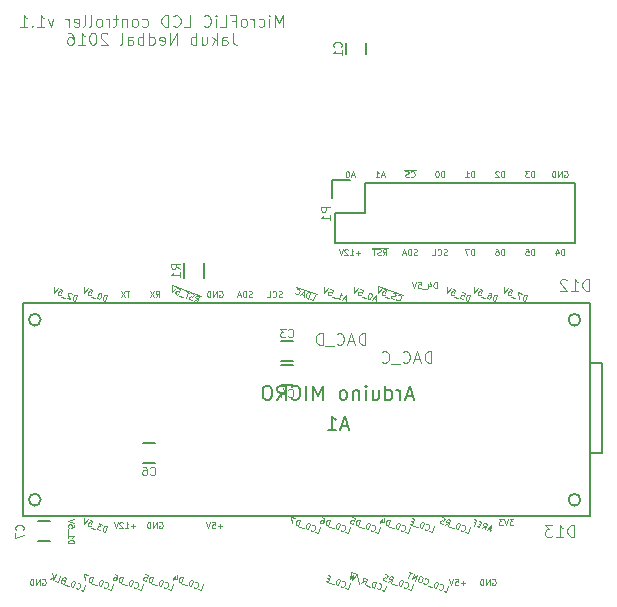
<source format=gbo>
G04 #@! TF.FileFunction,Legend,Bot*
%FSLAX46Y46*%
G04 Gerber Fmt 4.6, Leading zero omitted, Abs format (unit mm)*
G04 Created by KiCad (PCBNEW 4.0.2-4+6225~38~ubuntu14.04.1-stable) date Fri 18 Mar 2016 13:27:36 GMT*
%MOMM*%
G01*
G04 APERTURE LIST*
%ADD10C,0.100000*%
%ADD11C,0.120000*%
%ADD12C,0.150000*%
%ADD13C,0.110000*%
G04 APERTURE END LIST*
D10*
X84962953Y-159008000D02*
X85010572Y-158984190D01*
X85082000Y-158984190D01*
X85153429Y-159008000D01*
X85201048Y-159055619D01*
X85224857Y-159103238D01*
X85248667Y-159198476D01*
X85248667Y-159269905D01*
X85224857Y-159365143D01*
X85201048Y-159412762D01*
X85153429Y-159460381D01*
X85082000Y-159484190D01*
X85034381Y-159484190D01*
X84962953Y-159460381D01*
X84939143Y-159436571D01*
X84939143Y-159269905D01*
X85034381Y-159269905D01*
X84724857Y-159484190D02*
X84724857Y-158984190D01*
X84439143Y-159484190D01*
X84439143Y-158984190D01*
X84201047Y-159484190D02*
X84201047Y-158984190D01*
X84082000Y-158984190D01*
X84010571Y-159008000D01*
X83962952Y-159055619D01*
X83939143Y-159103238D01*
X83915333Y-159198476D01*
X83915333Y-159269905D01*
X83939143Y-159365143D01*
X83962952Y-159412762D01*
X84010571Y-159460381D01*
X84082000Y-159484190D01*
X84201047Y-159484190D01*
X124825046Y-153904190D02*
X124515523Y-153904190D01*
X124682189Y-154094667D01*
X124610761Y-154094667D01*
X124563142Y-154118476D01*
X124539332Y-154142286D01*
X124515523Y-154189905D01*
X124515523Y-154308952D01*
X124539332Y-154356571D01*
X124563142Y-154380381D01*
X124610761Y-154404190D01*
X124753618Y-154404190D01*
X124801237Y-154380381D01*
X124825046Y-154356571D01*
X124372666Y-153904190D02*
X124205999Y-154404190D01*
X124039333Y-153904190D01*
X123920285Y-153904190D02*
X123610762Y-153904190D01*
X123777428Y-154094667D01*
X123706000Y-154094667D01*
X123658381Y-154118476D01*
X123634571Y-154142286D01*
X123610762Y-154189905D01*
X123610762Y-154308952D01*
X123634571Y-154356571D01*
X123658381Y-154380381D01*
X123706000Y-154404190D01*
X123848857Y-154404190D01*
X123896476Y-154380381D01*
X123920285Y-154356571D01*
X87741516Y-135432640D02*
X87912526Y-134962794D01*
X87800659Y-134922078D01*
X87725394Y-134920021D01*
X87664360Y-134948482D01*
X87625700Y-134985086D01*
X87570753Y-135066437D01*
X87546323Y-135133558D01*
X87536123Y-135231196D01*
X87542210Y-135284087D01*
X87570671Y-135345121D01*
X87629649Y-135391924D01*
X87741516Y-135432640D01*
X87448767Y-134844676D02*
X87434537Y-134814158D01*
X87397933Y-134775497D01*
X87286065Y-134734781D01*
X87233174Y-134740868D01*
X87202657Y-134755099D01*
X87163997Y-134791703D01*
X87147710Y-134836450D01*
X87145654Y-134911714D01*
X87316417Y-135277917D01*
X87025561Y-135172054D01*
X86919779Y-135184229D02*
X86561801Y-135053935D01*
X86413494Y-134417191D02*
X86637230Y-134498624D01*
X86578170Y-134730505D01*
X86563940Y-134699987D01*
X86527336Y-134661327D01*
X86415468Y-134620611D01*
X86362578Y-134626697D01*
X86332060Y-134640928D01*
X86293400Y-134677532D01*
X86252684Y-134789399D01*
X86258770Y-134842290D01*
X86273001Y-134872807D01*
X86309605Y-134911467D01*
X86421473Y-134952184D01*
X86474363Y-134946097D01*
X86504881Y-134931867D01*
X86256879Y-134360188D02*
X85929253Y-134773030D01*
X85943649Y-134246181D01*
X90281516Y-135432640D02*
X90452526Y-134962794D01*
X90340659Y-134922078D01*
X90265394Y-134920021D01*
X90204360Y-134948482D01*
X90165700Y-134985086D01*
X90110753Y-135066437D01*
X90086323Y-135133558D01*
X90076123Y-135231196D01*
X90082210Y-135284087D01*
X90110671Y-135345121D01*
X90169649Y-135391924D01*
X90281516Y-135432640D01*
X89893186Y-134759211D02*
X89848438Y-134742924D01*
X89795548Y-134749011D01*
X89765031Y-134763242D01*
X89726370Y-134799846D01*
X89671424Y-134881197D01*
X89630707Y-134993065D01*
X89620507Y-135090702D01*
X89626595Y-135143593D01*
X89640824Y-135174110D01*
X89677428Y-135212770D01*
X89722175Y-135229057D01*
X89775066Y-135222970D01*
X89805583Y-135208740D01*
X89844243Y-135172136D01*
X89899191Y-135090785D01*
X89939907Y-134978917D01*
X89950106Y-134881279D01*
X89944020Y-134828389D01*
X89929789Y-134797871D01*
X89893186Y-134759211D01*
X89459779Y-135184229D02*
X89101801Y-135053935D01*
X88953494Y-134417191D02*
X89177230Y-134498624D01*
X89118170Y-134730505D01*
X89103940Y-134699987D01*
X89067336Y-134661327D01*
X88955468Y-134620611D01*
X88902578Y-134626697D01*
X88872060Y-134640928D01*
X88833400Y-134677532D01*
X88792684Y-134789399D01*
X88798770Y-134842290D01*
X88813001Y-134872807D01*
X88849605Y-134911467D01*
X88961473Y-134952184D01*
X89014363Y-134946097D01*
X89044881Y-134931867D01*
X88796879Y-134360188D02*
X88469253Y-134773030D01*
X88483649Y-134246181D01*
X92328952Y-134600190D02*
X92043238Y-134600190D01*
X92186095Y-135100190D02*
X92186095Y-134600190D01*
X91924190Y-134600190D02*
X91590857Y-135100190D01*
X91590857Y-134600190D02*
X91924190Y-135100190D01*
X94571333Y-135100190D02*
X94738000Y-134862095D01*
X94857047Y-135100190D02*
X94857047Y-134600190D01*
X94666571Y-134600190D01*
X94618952Y-134624000D01*
X94595143Y-134647810D01*
X94571333Y-134695429D01*
X94571333Y-134766857D01*
X94595143Y-134814476D01*
X94618952Y-134838286D01*
X94666571Y-134862095D01*
X94857047Y-134862095D01*
X94404666Y-134600190D02*
X94071333Y-135100190D01*
X94071333Y-134600190D02*
X94404666Y-135100190D01*
X97812022Y-135400067D02*
X98050071Y-135233334D01*
X98080505Y-135497787D02*
X98251515Y-135027941D01*
X98072526Y-134962794D01*
X98019636Y-134968881D01*
X97989119Y-134983112D01*
X97950458Y-135019716D01*
X97926028Y-135086836D01*
X97932116Y-135139727D01*
X97946345Y-135170244D01*
X97982950Y-135208904D01*
X98161938Y-135274051D01*
X97641176Y-135312547D02*
X97565912Y-135310490D01*
X97454044Y-135269774D01*
X97417440Y-135231114D01*
X97403209Y-135200596D01*
X97397123Y-135147706D01*
X97413410Y-135102959D01*
X97452069Y-135066355D01*
X97482587Y-135052125D01*
X97535477Y-135046038D01*
X97633115Y-135056238D01*
X97686006Y-135050150D01*
X97716522Y-135035920D01*
X97755183Y-134999317D01*
X97771469Y-134954569D01*
X97765382Y-134901679D01*
X97751152Y-134871161D01*
X97714549Y-134832501D01*
X97602680Y-134791784D01*
X97527416Y-134789728D01*
X97401318Y-134718494D02*
X97132835Y-134620774D01*
X97096066Y-135139480D02*
X97267076Y-134669634D01*
X96900790Y-135119082D02*
X96542813Y-134988789D01*
X96394505Y-134352044D02*
X96618241Y-134433477D01*
X96559182Y-134665358D01*
X96544951Y-134634840D01*
X96508347Y-134596181D01*
X96396479Y-134555464D01*
X96343589Y-134561551D01*
X96313071Y-134575781D01*
X96274412Y-134612385D01*
X96233695Y-134724253D01*
X96239782Y-134777143D01*
X96254012Y-134807661D01*
X96290616Y-134846321D01*
X96402484Y-134887037D01*
X96455374Y-134880951D01*
X96485892Y-134866720D01*
X96237890Y-134295041D02*
X95910264Y-134707884D01*
X95924660Y-134181034D01*
X98392862Y-134987665D02*
X95909391Y-134083756D01*
X99948953Y-134624000D02*
X99996572Y-134600190D01*
X100068000Y-134600190D01*
X100139429Y-134624000D01*
X100187048Y-134671619D01*
X100210857Y-134719238D01*
X100234667Y-134814476D01*
X100234667Y-134885905D01*
X100210857Y-134981143D01*
X100187048Y-135028762D01*
X100139429Y-135076381D01*
X100068000Y-135100190D01*
X100020381Y-135100190D01*
X99948953Y-135076381D01*
X99925143Y-135052571D01*
X99925143Y-134885905D01*
X100020381Y-134885905D01*
X99710857Y-135100190D02*
X99710857Y-134600190D01*
X99425143Y-135100190D01*
X99425143Y-134600190D01*
X99187047Y-135100190D02*
X99187047Y-134600190D01*
X99068000Y-134600190D01*
X98996571Y-134624000D01*
X98948952Y-134671619D01*
X98925143Y-134719238D01*
X98901333Y-134814476D01*
X98901333Y-134885905D01*
X98925143Y-134981143D01*
X98948952Y-135028762D01*
X98996571Y-135076381D01*
X99068000Y-135100190D01*
X99187047Y-135100190D01*
X102715142Y-135076381D02*
X102643713Y-135100190D01*
X102524666Y-135100190D01*
X102477047Y-135076381D01*
X102453237Y-135052571D01*
X102429428Y-135004952D01*
X102429428Y-134957333D01*
X102453237Y-134909714D01*
X102477047Y-134885905D01*
X102524666Y-134862095D01*
X102619904Y-134838286D01*
X102667523Y-134814476D01*
X102691332Y-134790667D01*
X102715142Y-134743048D01*
X102715142Y-134695429D01*
X102691332Y-134647810D01*
X102667523Y-134624000D01*
X102619904Y-134600190D01*
X102500856Y-134600190D01*
X102429428Y-134624000D01*
X102215142Y-135100190D02*
X102215142Y-134600190D01*
X102096095Y-134600190D01*
X102024666Y-134624000D01*
X101977047Y-134671619D01*
X101953238Y-134719238D01*
X101929428Y-134814476D01*
X101929428Y-134885905D01*
X101953238Y-134981143D01*
X101977047Y-135028762D01*
X102024666Y-135076381D01*
X102096095Y-135100190D01*
X102215142Y-135100190D01*
X101738952Y-134957333D02*
X101500857Y-134957333D01*
X101786571Y-135100190D02*
X101619904Y-134600190D01*
X101453238Y-135100190D01*
X107636418Y-135277917D02*
X107860154Y-135359350D01*
X108031164Y-134889504D01*
X107479802Y-135220914D02*
X107650812Y-134751067D01*
X107538945Y-134710351D01*
X107463680Y-134708295D01*
X107402646Y-134736755D01*
X107363986Y-134773360D01*
X107309039Y-134854710D01*
X107284609Y-134921832D01*
X107274410Y-135019470D01*
X107280496Y-135072360D01*
X107308957Y-135133394D01*
X107367935Y-135180197D01*
X107479802Y-135220914D01*
X107081190Y-134923805D02*
X106857454Y-134842372D01*
X107077077Y-135074334D02*
X107091472Y-134547484D01*
X106763847Y-134960327D01*
X106355034Y-134760857D02*
X106369265Y-134791374D01*
X106428242Y-134838177D01*
X106472989Y-134854464D01*
X106548254Y-134856521D01*
X106609288Y-134828060D01*
X106647948Y-134791456D01*
X106702895Y-134710105D01*
X106727325Y-134642984D01*
X106737524Y-134545346D01*
X106731438Y-134492456D01*
X106702977Y-134431422D01*
X106643999Y-134384617D01*
X106599252Y-134368331D01*
X106523988Y-134366275D01*
X106493471Y-134380506D01*
X108172512Y-134849229D02*
X106449742Y-134222192D01*
X110639190Y-135294327D02*
X110415454Y-135212894D01*
X110635077Y-135444856D02*
X110649472Y-134918006D01*
X110321847Y-135330849D01*
X109919122Y-135184269D02*
X110187605Y-135281989D01*
X110053363Y-135233129D02*
X110224374Y-134763283D01*
X110244691Y-134846691D01*
X110273151Y-134907725D01*
X110309755Y-134946385D01*
X109813340Y-135196444D02*
X109455363Y-135066151D01*
X109307055Y-134429406D02*
X109530791Y-134510839D01*
X109471732Y-134742720D01*
X109457501Y-134712202D01*
X109420897Y-134673542D01*
X109309029Y-134632826D01*
X109256139Y-134638913D01*
X109225621Y-134653143D01*
X109186962Y-134689747D01*
X109146245Y-134801615D01*
X109152332Y-134854505D01*
X109166562Y-134885023D01*
X109203166Y-134923683D01*
X109315034Y-134964399D01*
X109367924Y-134958312D01*
X109398442Y-134944082D01*
X109150440Y-134372403D02*
X108822814Y-134785246D01*
X108837210Y-134258396D01*
X113179190Y-135294327D02*
X112955454Y-135212894D01*
X113175077Y-135444856D02*
X113189472Y-134918006D01*
X112861847Y-135330849D01*
X112786747Y-134771426D02*
X112741999Y-134755139D01*
X112689109Y-134761227D01*
X112658592Y-134775458D01*
X112619931Y-134812061D01*
X112564985Y-134893413D01*
X112524268Y-135005280D01*
X112514068Y-135102918D01*
X112520156Y-135155808D01*
X112534385Y-135186326D01*
X112570989Y-135224985D01*
X112615737Y-135241272D01*
X112668627Y-135235186D01*
X112699145Y-135220955D01*
X112737804Y-135184351D01*
X112792752Y-135103000D01*
X112833468Y-134991132D01*
X112843667Y-134893495D01*
X112837581Y-134840604D01*
X112823350Y-134810087D01*
X112786747Y-134771426D01*
X112353340Y-135196444D02*
X111995363Y-135066151D01*
X111847055Y-134429406D02*
X112070791Y-134510839D01*
X112011732Y-134742720D01*
X111997501Y-134712202D01*
X111960897Y-134673542D01*
X111849029Y-134632826D01*
X111796139Y-134638913D01*
X111765621Y-134653143D01*
X111726962Y-134689747D01*
X111686245Y-134801615D01*
X111692332Y-134854505D01*
X111706562Y-134885023D01*
X111743166Y-134923683D01*
X111855034Y-134964399D01*
X111907924Y-134958312D01*
X111938442Y-134944082D01*
X111690440Y-134372403D02*
X111362814Y-134785246D01*
X111377210Y-134258396D01*
X114921320Y-135290173D02*
X114935550Y-135320691D01*
X114994527Y-135367494D01*
X115039275Y-135383780D01*
X115114539Y-135385837D01*
X115175573Y-135357377D01*
X115214233Y-135320773D01*
X115269180Y-135239422D01*
X115293610Y-135172300D01*
X115303810Y-135074662D01*
X115297723Y-135021772D01*
X115269262Y-134960738D01*
X115210285Y-134913934D01*
X115165537Y-134897647D01*
X115090274Y-134895592D01*
X115059756Y-134909822D01*
X114734187Y-135247401D02*
X114658923Y-135245344D01*
X114547055Y-135204627D01*
X114510451Y-135165967D01*
X114496220Y-135135450D01*
X114490134Y-135082559D01*
X114506421Y-135037812D01*
X114545080Y-135001208D01*
X114575598Y-134986978D01*
X114628488Y-134980891D01*
X114726126Y-134991091D01*
X114779017Y-134985004D01*
X114809533Y-134970774D01*
X114848194Y-134934170D01*
X114864480Y-134889423D01*
X114858393Y-134836532D01*
X114844163Y-134806015D01*
X114807560Y-134767354D01*
X114695691Y-134726637D01*
X114620427Y-134724582D01*
X114351779Y-135184229D02*
X113993801Y-135053935D01*
X113845494Y-134417191D02*
X114069230Y-134498624D01*
X114010170Y-134730505D01*
X113995940Y-134699987D01*
X113959336Y-134661327D01*
X113847468Y-134620611D01*
X113794578Y-134626697D01*
X113764060Y-134640928D01*
X113725400Y-134677532D01*
X113684684Y-134789399D01*
X113690770Y-134842290D01*
X113705001Y-134872807D01*
X113741605Y-134911467D01*
X113853473Y-134952184D01*
X113906363Y-134946097D01*
X113936881Y-134931867D01*
X113688879Y-134360188D02*
X113361253Y-134773030D01*
X113375649Y-134246181D01*
X115485874Y-134922519D02*
X113360380Y-134148902D01*
X118359903Y-134338190D02*
X118359903Y-133838190D01*
X118240856Y-133838190D01*
X118169427Y-133862000D01*
X118121808Y-133909619D01*
X118097999Y-133957238D01*
X118074189Y-134052476D01*
X118074189Y-134123905D01*
X118097999Y-134219143D01*
X118121808Y-134266762D01*
X118169427Y-134314381D01*
X118240856Y-134338190D01*
X118359903Y-134338190D01*
X117645618Y-134004857D02*
X117645618Y-134338190D01*
X117764665Y-133814381D02*
X117883713Y-134171524D01*
X117574189Y-134171524D01*
X117502761Y-134385810D02*
X117121809Y-134385810D01*
X116764666Y-133838190D02*
X117002761Y-133838190D01*
X117026571Y-134076286D01*
X117002761Y-134052476D01*
X116955142Y-134028667D01*
X116836095Y-134028667D01*
X116788476Y-134052476D01*
X116764666Y-134076286D01*
X116740857Y-134123905D01*
X116740857Y-134242952D01*
X116764666Y-134290571D01*
X116788476Y-134314381D01*
X116836095Y-134338190D01*
X116955142Y-134338190D01*
X117002761Y-134314381D01*
X117026571Y-134290571D01*
X116598000Y-133838190D02*
X116431333Y-134338190D01*
X116264667Y-133838190D01*
X121015516Y-135432640D02*
X121186526Y-134962794D01*
X121074659Y-134922078D01*
X120999394Y-134920021D01*
X120938360Y-134948482D01*
X120899700Y-134985086D01*
X120844753Y-135066437D01*
X120820323Y-135133558D01*
X120810123Y-135231196D01*
X120816210Y-135284087D01*
X120844671Y-135345121D01*
X120903649Y-135391924D01*
X121015516Y-135432640D01*
X120492944Y-134710351D02*
X120716680Y-134791784D01*
X120657620Y-135023664D01*
X120643390Y-134993147D01*
X120606786Y-134954487D01*
X120494918Y-134913771D01*
X120442028Y-134919857D01*
X120411510Y-134934088D01*
X120372850Y-134970692D01*
X120332134Y-135082559D01*
X120338220Y-135135450D01*
X120352451Y-135165967D01*
X120389055Y-135204627D01*
X120500923Y-135245344D01*
X120553813Y-135239257D01*
X120584331Y-135225026D01*
X120193779Y-135184229D02*
X119835801Y-135053935D01*
X119687494Y-134417191D02*
X119911230Y-134498624D01*
X119852170Y-134730505D01*
X119837940Y-134699987D01*
X119801336Y-134661327D01*
X119689468Y-134620611D01*
X119636578Y-134626697D01*
X119606060Y-134640928D01*
X119567400Y-134677532D01*
X119526684Y-134789399D01*
X119532770Y-134842290D01*
X119547001Y-134872807D01*
X119583605Y-134911467D01*
X119695473Y-134952184D01*
X119748363Y-134946097D01*
X119778881Y-134931867D01*
X119530879Y-134360188D02*
X119203253Y-134773030D01*
X119217649Y-134246181D01*
X123301516Y-135432640D02*
X123472526Y-134962794D01*
X123360659Y-134922078D01*
X123285394Y-134920021D01*
X123224360Y-134948482D01*
X123185700Y-134985086D01*
X123130753Y-135066437D01*
X123106323Y-135133558D01*
X123096123Y-135231196D01*
X123102210Y-135284087D01*
X123130671Y-135345121D01*
X123189649Y-135391924D01*
X123301516Y-135432640D01*
X122801318Y-134718494D02*
X122890812Y-134751067D01*
X122927416Y-134789728D01*
X122941646Y-134820245D01*
X122961963Y-134903652D01*
X122951764Y-135001290D01*
X122886617Y-135180279D01*
X122847957Y-135216883D01*
X122817440Y-135231114D01*
X122764550Y-135237200D01*
X122675055Y-135204627D01*
X122638451Y-135165967D01*
X122624220Y-135135450D01*
X122618134Y-135082559D01*
X122658850Y-134970692D01*
X122697510Y-134934088D01*
X122728028Y-134919857D01*
X122780918Y-134913771D01*
X122870413Y-134946344D01*
X122907017Y-134985004D01*
X122921246Y-135015521D01*
X122927334Y-135068412D01*
X122479779Y-135184229D02*
X122121801Y-135053935D01*
X121973494Y-134417191D02*
X122197230Y-134498624D01*
X122138170Y-134730505D01*
X122123940Y-134699987D01*
X122087336Y-134661327D01*
X121975468Y-134620611D01*
X121922578Y-134626697D01*
X121892060Y-134640928D01*
X121853400Y-134677532D01*
X121812684Y-134789399D01*
X121818770Y-134842290D01*
X121833001Y-134872807D01*
X121869605Y-134911467D01*
X121981473Y-134952184D01*
X122034363Y-134946097D01*
X122064881Y-134931867D01*
X121816879Y-134360188D02*
X121489253Y-134773030D01*
X121503649Y-134246181D01*
X125841516Y-135432640D02*
X126012526Y-134962794D01*
X125900659Y-134922078D01*
X125825394Y-134920021D01*
X125764360Y-134948482D01*
X125725700Y-134985086D01*
X125670753Y-135066437D01*
X125646323Y-135133558D01*
X125636123Y-135231196D01*
X125642210Y-135284087D01*
X125670671Y-135345121D01*
X125729649Y-135391924D01*
X125841516Y-135432640D01*
X125587427Y-134808071D02*
X125274197Y-134694064D01*
X125304550Y-135237200D01*
X125019779Y-135184229D02*
X124661801Y-135053935D01*
X124513494Y-134417191D02*
X124737230Y-134498624D01*
X124678170Y-134730505D01*
X124663940Y-134699987D01*
X124627336Y-134661327D01*
X124515468Y-134620611D01*
X124462578Y-134626697D01*
X124432060Y-134640928D01*
X124393400Y-134677532D01*
X124352684Y-134789399D01*
X124358770Y-134842290D01*
X124373001Y-134872807D01*
X124409605Y-134911467D01*
X124521473Y-134952184D01*
X124574363Y-134946097D01*
X124604881Y-134931867D01*
X124356879Y-134360188D02*
X124029253Y-134773030D01*
X124043649Y-134246181D01*
X105243238Y-135076381D02*
X105171809Y-135100190D01*
X105052762Y-135100190D01*
X105005143Y-135076381D01*
X104981333Y-135052571D01*
X104957524Y-135004952D01*
X104957524Y-134957333D01*
X104981333Y-134909714D01*
X105005143Y-134885905D01*
X105052762Y-134862095D01*
X105148000Y-134838286D01*
X105195619Y-134814476D01*
X105219428Y-134790667D01*
X105243238Y-134743048D01*
X105243238Y-134695429D01*
X105219428Y-134647810D01*
X105195619Y-134624000D01*
X105148000Y-134600190D01*
X105028952Y-134600190D01*
X104957524Y-134624000D01*
X104457524Y-135052571D02*
X104481334Y-135076381D01*
X104552762Y-135100190D01*
X104600381Y-135100190D01*
X104671810Y-135076381D01*
X104719429Y-135028762D01*
X104743238Y-134981143D01*
X104767048Y-134885905D01*
X104767048Y-134814476D01*
X104743238Y-134719238D01*
X104719429Y-134671619D01*
X104671810Y-134624000D01*
X104600381Y-134600190D01*
X104552762Y-134600190D01*
X104481334Y-134624000D01*
X104457524Y-134647810D01*
X104005143Y-135100190D02*
X104243238Y-135100190D01*
X104243238Y-134600190D01*
X122906201Y-154787181D02*
X122682465Y-154705747D01*
X122902088Y-154937709D02*
X122916483Y-154410859D01*
X122588858Y-154823702D01*
X122163759Y-154668979D02*
X122401808Y-154502246D01*
X122432242Y-154766699D02*
X122603252Y-154296853D01*
X122424263Y-154231706D01*
X122371373Y-154237793D01*
X122340856Y-154252024D01*
X122302195Y-154288628D01*
X122277765Y-154355748D01*
X122283853Y-154408639D01*
X122298082Y-154439156D01*
X122334687Y-154477816D01*
X122513675Y-154542963D01*
X122051972Y-154349580D02*
X121895357Y-154292576D01*
X121738660Y-154514255D02*
X121962396Y-154595689D01*
X122133406Y-154125842D01*
X121909670Y-154044409D01*
X121470258Y-154137853D02*
X121626873Y-154194856D01*
X121537297Y-154440965D02*
X121708307Y-153971119D01*
X121484571Y-153889686D01*
X117732594Y-154905136D02*
X117956330Y-154986569D01*
X118127340Y-154516723D01*
X117323782Y-154705665D02*
X117338012Y-154736183D01*
X117396989Y-154782985D01*
X117441737Y-154799272D01*
X117517001Y-154801329D01*
X117578035Y-154772869D01*
X117616695Y-154736265D01*
X117671642Y-154654914D01*
X117696072Y-154587792D01*
X117706272Y-154490154D01*
X117700185Y-154437264D01*
X117671724Y-154376230D01*
X117612747Y-154329426D01*
X117567999Y-154313139D01*
X117492736Y-154311083D01*
X117462218Y-154325314D01*
X117106132Y-154677122D02*
X117277142Y-154207276D01*
X117165274Y-154166559D01*
X117090010Y-154164503D01*
X117028976Y-154192964D01*
X116990316Y-154229568D01*
X116935369Y-154310919D01*
X116910938Y-154378040D01*
X116900739Y-154475678D01*
X116906826Y-154528568D01*
X116935286Y-154589602D01*
X116994264Y-154636406D01*
X117106132Y-154677122D01*
X116731867Y-154591577D02*
X116373889Y-154461284D01*
X116367884Y-154129709D02*
X116211270Y-154072706D01*
X116054572Y-154294385D02*
X116278308Y-154375819D01*
X116449318Y-153905972D01*
X116225582Y-153824539D01*
X120772704Y-154994712D02*
X120996440Y-155076146D01*
X121167450Y-154606299D01*
X120363892Y-154795242D02*
X120378122Y-154825759D01*
X120437100Y-154872562D01*
X120481847Y-154888849D01*
X120557111Y-154890906D01*
X120618145Y-154862445D01*
X120656805Y-154825841D01*
X120711752Y-154744490D01*
X120736183Y-154677369D01*
X120746382Y-154579731D01*
X120740295Y-154526841D01*
X120711835Y-154465807D01*
X120652857Y-154419003D01*
X120608110Y-154402716D01*
X120532846Y-154400660D01*
X120502328Y-154414891D01*
X120146242Y-154766699D02*
X120317252Y-154296853D01*
X120205385Y-154256136D01*
X120130120Y-154254080D01*
X120069086Y-154282541D01*
X120030426Y-154319145D01*
X119975479Y-154400496D01*
X119951049Y-154467617D01*
X119940849Y-154565255D01*
X119946936Y-154618145D01*
X119975396Y-154679179D01*
X120034375Y-154725982D01*
X120146242Y-154766699D01*
X119771977Y-154681154D02*
X119414000Y-154550860D01*
X119049935Y-154367676D02*
X119287984Y-154200943D01*
X119318418Y-154465396D02*
X119489428Y-153995549D01*
X119310439Y-153930403D01*
X119257549Y-153936490D01*
X119227032Y-153950721D01*
X119188371Y-153987325D01*
X119163941Y-154054445D01*
X119170029Y-154107336D01*
X119184258Y-154137853D01*
X119220862Y-154176513D01*
X119399851Y-154241659D01*
X118879089Y-154280156D02*
X118803825Y-154278099D01*
X118691957Y-154237382D01*
X118655353Y-154198723D01*
X118641122Y-154168205D01*
X118635036Y-154115315D01*
X118651322Y-154070567D01*
X118689982Y-154033963D01*
X118720500Y-154019734D01*
X118773390Y-154013646D01*
X118871028Y-154023846D01*
X118923919Y-154017759D01*
X118954435Y-154003529D01*
X118993096Y-153966925D01*
X119009382Y-153922178D01*
X119003295Y-153869287D01*
X118989065Y-153838770D01*
X118952461Y-153800109D01*
X118840593Y-153759392D01*
X118765329Y-153757337D01*
X115692704Y-154994712D02*
X115916440Y-155076146D01*
X116087450Y-154606299D01*
X115283892Y-154795242D02*
X115298122Y-154825759D01*
X115357100Y-154872562D01*
X115401847Y-154888849D01*
X115477111Y-154890906D01*
X115538145Y-154862445D01*
X115576805Y-154825841D01*
X115631752Y-154744490D01*
X115656183Y-154677369D01*
X115666382Y-154579731D01*
X115660295Y-154526841D01*
X115631835Y-154465807D01*
X115572857Y-154419003D01*
X115528110Y-154402716D01*
X115452846Y-154400660D01*
X115422328Y-154414891D01*
X115066242Y-154766699D02*
X115237252Y-154296853D01*
X115125385Y-154256136D01*
X115050120Y-154254080D01*
X114989086Y-154282541D01*
X114950426Y-154319145D01*
X114895479Y-154400496D01*
X114871049Y-154467617D01*
X114860849Y-154565255D01*
X114866936Y-154618145D01*
X114895396Y-154679179D01*
X114954375Y-154725982D01*
X115066242Y-154766699D01*
X114691977Y-154681154D02*
X114334000Y-154550860D01*
X114238418Y-154465396D02*
X114409428Y-153995549D01*
X114297561Y-153954833D01*
X114222296Y-153952777D01*
X114161262Y-153981237D01*
X114122602Y-154017841D01*
X114067655Y-154099192D01*
X114043225Y-154166314D01*
X114033025Y-154263951D01*
X114039112Y-154316842D01*
X114067572Y-154377876D01*
X114126550Y-154424679D01*
X114238418Y-154465396D01*
X113681216Y-153907865D02*
X113567210Y-154221096D01*
X113858231Y-153769593D02*
X113847949Y-154145914D01*
X113557092Y-154040051D01*
X113152704Y-154994712D02*
X113376440Y-155076146D01*
X113547450Y-154606299D01*
X112743892Y-154795242D02*
X112758122Y-154825759D01*
X112817100Y-154872562D01*
X112861847Y-154888849D01*
X112937111Y-154890906D01*
X112998145Y-154862445D01*
X113036805Y-154825841D01*
X113091752Y-154744490D01*
X113116183Y-154677369D01*
X113126382Y-154579731D01*
X113120295Y-154526841D01*
X113091835Y-154465807D01*
X113032857Y-154419003D01*
X112988110Y-154402716D01*
X112912846Y-154400660D01*
X112882328Y-154414891D01*
X112526242Y-154766699D02*
X112697252Y-154296853D01*
X112585385Y-154256136D01*
X112510120Y-154254080D01*
X112449086Y-154282541D01*
X112410426Y-154319145D01*
X112355479Y-154400496D01*
X112331049Y-154467617D01*
X112320849Y-154565255D01*
X112326936Y-154618145D01*
X112355396Y-154679179D01*
X112414375Y-154725982D01*
X112526242Y-154766699D01*
X112151977Y-154681154D02*
X111794000Y-154550860D01*
X111698418Y-154465396D02*
X111869428Y-153995549D01*
X111757561Y-153954833D01*
X111682296Y-153952777D01*
X111621262Y-153981237D01*
X111582602Y-154017841D01*
X111527655Y-154099192D01*
X111503225Y-154166314D01*
X111493025Y-154263951D01*
X111499112Y-154316842D01*
X111527572Y-154377876D01*
X111586550Y-154424679D01*
X111698418Y-154465396D01*
X111175846Y-153743106D02*
X111399582Y-153824539D01*
X111340522Y-154056420D01*
X111326292Y-154025902D01*
X111289688Y-153987242D01*
X111177820Y-153946526D01*
X111124930Y-153952612D01*
X111094412Y-153966843D01*
X111055752Y-154003447D01*
X111015036Y-154115315D01*
X111021122Y-154168205D01*
X111035353Y-154198723D01*
X111071957Y-154237382D01*
X111183825Y-154278099D01*
X111236715Y-154272012D01*
X111267233Y-154257782D01*
X110612704Y-154994712D02*
X110836440Y-155076146D01*
X111007450Y-154606299D01*
X110203892Y-154795242D02*
X110218122Y-154825759D01*
X110277100Y-154872562D01*
X110321847Y-154888849D01*
X110397111Y-154890906D01*
X110458145Y-154862445D01*
X110496805Y-154825841D01*
X110551752Y-154744490D01*
X110576183Y-154677369D01*
X110586382Y-154579731D01*
X110580295Y-154526841D01*
X110551835Y-154465807D01*
X110492857Y-154419003D01*
X110448110Y-154402716D01*
X110372846Y-154400660D01*
X110342328Y-154414891D01*
X109986242Y-154766699D02*
X110157252Y-154296853D01*
X110045385Y-154256136D01*
X109970120Y-154254080D01*
X109909086Y-154282541D01*
X109870426Y-154319145D01*
X109815479Y-154400496D01*
X109791049Y-154467617D01*
X109780849Y-154565255D01*
X109786936Y-154618145D01*
X109815396Y-154679179D01*
X109874375Y-154725982D01*
X109986242Y-154766699D01*
X109611977Y-154681154D02*
X109254000Y-154550860D01*
X109158418Y-154465396D02*
X109329428Y-153995549D01*
X109217561Y-153954833D01*
X109142296Y-153952777D01*
X109081262Y-153981237D01*
X109042602Y-154017841D01*
X108987655Y-154099192D01*
X108963225Y-154166314D01*
X108953025Y-154263951D01*
X108959112Y-154316842D01*
X108987572Y-154377876D01*
X109046550Y-154424679D01*
X109158418Y-154465396D01*
X108658220Y-153751249D02*
X108747714Y-153783823D01*
X108784318Y-153822483D01*
X108798548Y-153853001D01*
X108818865Y-153936408D01*
X108808666Y-154034046D01*
X108743519Y-154213034D01*
X108704858Y-154249638D01*
X108674342Y-154263869D01*
X108621451Y-154269956D01*
X108531957Y-154237382D01*
X108495353Y-154198723D01*
X108481122Y-154168205D01*
X108475036Y-154115315D01*
X108515752Y-154003447D01*
X108554412Y-153966843D01*
X108584930Y-153952612D01*
X108637820Y-153946526D01*
X108727314Y-153979099D01*
X108763919Y-154017759D01*
X108778148Y-154048276D01*
X108784236Y-154101167D01*
X108072704Y-154994712D02*
X108296440Y-155076146D01*
X108467450Y-154606299D01*
X107663892Y-154795242D02*
X107678122Y-154825759D01*
X107737100Y-154872562D01*
X107781847Y-154888849D01*
X107857111Y-154890906D01*
X107918145Y-154862445D01*
X107956805Y-154825841D01*
X108011752Y-154744490D01*
X108036183Y-154677369D01*
X108046382Y-154579731D01*
X108040295Y-154526841D01*
X108011835Y-154465807D01*
X107952857Y-154419003D01*
X107908110Y-154402716D01*
X107832846Y-154400660D01*
X107802328Y-154414891D01*
X107446242Y-154766699D02*
X107617252Y-154296853D01*
X107505385Y-154256136D01*
X107430120Y-154254080D01*
X107369086Y-154282541D01*
X107330426Y-154319145D01*
X107275479Y-154400496D01*
X107251049Y-154467617D01*
X107240849Y-154565255D01*
X107246936Y-154618145D01*
X107275396Y-154679179D01*
X107334375Y-154725982D01*
X107446242Y-154766699D01*
X107071977Y-154681154D02*
X106714000Y-154550860D01*
X106618418Y-154465396D02*
X106789428Y-153995549D01*
X106677561Y-153954833D01*
X106602296Y-153952777D01*
X106541262Y-153981237D01*
X106502602Y-154017841D01*
X106447655Y-154099192D01*
X106423225Y-154166314D01*
X106413025Y-154263951D01*
X106419112Y-154316842D01*
X106447572Y-154377876D01*
X106506550Y-154424679D01*
X106618418Y-154465396D01*
X106364329Y-153840826D02*
X106051098Y-153726819D01*
X106081451Y-154269956D01*
X100210856Y-154467714D02*
X99829904Y-154467714D01*
X100020380Y-154658190D02*
X100020380Y-154277238D01*
X99353713Y-154158190D02*
X99591808Y-154158190D01*
X99615618Y-154396286D01*
X99591808Y-154372476D01*
X99544189Y-154348667D01*
X99425142Y-154348667D01*
X99377523Y-154372476D01*
X99353713Y-154396286D01*
X99329904Y-154443905D01*
X99329904Y-154562952D01*
X99353713Y-154610571D01*
X99377523Y-154634381D01*
X99425142Y-154658190D01*
X99544189Y-154658190D01*
X99591808Y-154634381D01*
X99615618Y-154610571D01*
X99187047Y-154158190D02*
X99020380Y-154658190D01*
X98853714Y-154158190D01*
X94868953Y-154182000D02*
X94916572Y-154158190D01*
X94988000Y-154158190D01*
X95059429Y-154182000D01*
X95107048Y-154229619D01*
X95130857Y-154277238D01*
X95154667Y-154372476D01*
X95154667Y-154443905D01*
X95130857Y-154539143D01*
X95107048Y-154586762D01*
X95059429Y-154634381D01*
X94988000Y-154658190D01*
X94940381Y-154658190D01*
X94868953Y-154634381D01*
X94845143Y-154610571D01*
X94845143Y-154443905D01*
X94940381Y-154443905D01*
X94630857Y-154658190D02*
X94630857Y-154158190D01*
X94345143Y-154658190D01*
X94345143Y-154158190D01*
X94107047Y-154658190D02*
X94107047Y-154158190D01*
X93988000Y-154158190D01*
X93916571Y-154182000D01*
X93868952Y-154229619D01*
X93845143Y-154277238D01*
X93821333Y-154372476D01*
X93821333Y-154443905D01*
X93845143Y-154539143D01*
X93868952Y-154586762D01*
X93916571Y-154634381D01*
X93988000Y-154658190D01*
X94107047Y-154658190D01*
X92828951Y-154467714D02*
X92447999Y-154467714D01*
X92638475Y-154658190D02*
X92638475Y-154277238D01*
X91947999Y-154658190D02*
X92233713Y-154658190D01*
X92090856Y-154658190D02*
X92090856Y-154158190D01*
X92138475Y-154229619D01*
X92186094Y-154277238D01*
X92233713Y-154301048D01*
X91757523Y-154205810D02*
X91733713Y-154182000D01*
X91686094Y-154158190D01*
X91567047Y-154158190D01*
X91519428Y-154182000D01*
X91495618Y-154205810D01*
X91471809Y-154253429D01*
X91471809Y-154301048D01*
X91495618Y-154372476D01*
X91781332Y-154658190D01*
X91471809Y-154658190D01*
X91328952Y-154158190D02*
X91162285Y-154658190D01*
X90995619Y-154158190D01*
X90281516Y-154990640D02*
X90452526Y-154520794D01*
X90340659Y-154480078D01*
X90265394Y-154478021D01*
X90204360Y-154506482D01*
X90165700Y-154543086D01*
X90110753Y-154624437D01*
X90086323Y-154691558D01*
X90076123Y-154789196D01*
X90082210Y-154842087D01*
X90110671Y-154903121D01*
X90169649Y-154949924D01*
X90281516Y-154990640D01*
X90027427Y-154366071D02*
X89736571Y-154260207D01*
X89828039Y-154496200D01*
X89760918Y-154471771D01*
X89708028Y-154477857D01*
X89677510Y-154492088D01*
X89638850Y-154528692D01*
X89598134Y-154640559D01*
X89604220Y-154693450D01*
X89618451Y-154723967D01*
X89655055Y-154762627D01*
X89789297Y-154811487D01*
X89842187Y-154805401D01*
X89872704Y-154791170D01*
X89459779Y-154742229D02*
X89101801Y-154611935D01*
X88953494Y-153975191D02*
X89177230Y-154056624D01*
X89118170Y-154288505D01*
X89103940Y-154257987D01*
X89067336Y-154219327D01*
X88955468Y-154178611D01*
X88902578Y-154184697D01*
X88872060Y-154198928D01*
X88833400Y-154235532D01*
X88792684Y-154347399D01*
X88798770Y-154400290D01*
X88813001Y-154430807D01*
X88849605Y-154469467D01*
X88961473Y-154510184D01*
X89014363Y-154504097D01*
X89044881Y-154489867D01*
X88796879Y-153918188D02*
X88469253Y-154331030D01*
X88483649Y-153804181D01*
X87149810Y-155951903D02*
X87649810Y-155951903D01*
X87649810Y-155832856D01*
X87626000Y-155761427D01*
X87578381Y-155713808D01*
X87530762Y-155689999D01*
X87435524Y-155666189D01*
X87364095Y-155666189D01*
X87268857Y-155689999D01*
X87221238Y-155713808D01*
X87173619Y-155761427D01*
X87149810Y-155832856D01*
X87149810Y-155951903D01*
X87149810Y-155189999D02*
X87149810Y-155475713D01*
X87149810Y-155332856D02*
X87649810Y-155332856D01*
X87578381Y-155380475D01*
X87530762Y-155428094D01*
X87506952Y-155475713D01*
X87102190Y-155094761D02*
X87102190Y-154713809D01*
X87649810Y-154356666D02*
X87649810Y-154594761D01*
X87411714Y-154618571D01*
X87435524Y-154594761D01*
X87459333Y-154547142D01*
X87459333Y-154428095D01*
X87435524Y-154380476D01*
X87411714Y-154356666D01*
X87364095Y-154332857D01*
X87245048Y-154332857D01*
X87197429Y-154356666D01*
X87173619Y-154380476D01*
X87149810Y-154428095D01*
X87149810Y-154547142D01*
X87173619Y-154594761D01*
X87197429Y-154618571D01*
X87649810Y-154190000D02*
X87149810Y-154023333D01*
X87649810Y-153856667D01*
X111878951Y-131353714D02*
X111497999Y-131353714D01*
X111688475Y-131544190D02*
X111688475Y-131163238D01*
X110997999Y-131544190D02*
X111283713Y-131544190D01*
X111140856Y-131544190D02*
X111140856Y-131044190D01*
X111188475Y-131115619D01*
X111236094Y-131163238D01*
X111283713Y-131187048D01*
X110807523Y-131091810D02*
X110783713Y-131068000D01*
X110736094Y-131044190D01*
X110617047Y-131044190D01*
X110569428Y-131068000D01*
X110545618Y-131091810D01*
X110521809Y-131139429D01*
X110521809Y-131187048D01*
X110545618Y-131258476D01*
X110831332Y-131544190D01*
X110521809Y-131544190D01*
X110378952Y-131044190D02*
X110212285Y-131544190D01*
X110045619Y-131044190D01*
X113811809Y-131544190D02*
X113978476Y-131306095D01*
X114097523Y-131544190D02*
X114097523Y-131044190D01*
X113907047Y-131044190D01*
X113859428Y-131068000D01*
X113835619Y-131091810D01*
X113811809Y-131139429D01*
X113811809Y-131210857D01*
X113835619Y-131258476D01*
X113859428Y-131282286D01*
X113907047Y-131306095D01*
X114097523Y-131306095D01*
X113621333Y-131520381D02*
X113549904Y-131544190D01*
X113430857Y-131544190D01*
X113383238Y-131520381D01*
X113359428Y-131496571D01*
X113335619Y-131448952D01*
X113335619Y-131401333D01*
X113359428Y-131353714D01*
X113383238Y-131329905D01*
X113430857Y-131306095D01*
X113526095Y-131282286D01*
X113573714Y-131258476D01*
X113597523Y-131234667D01*
X113621333Y-131187048D01*
X113621333Y-131139429D01*
X113597523Y-131091810D01*
X113573714Y-131068000D01*
X113526095Y-131044190D01*
X113407047Y-131044190D01*
X113335619Y-131068000D01*
X113192762Y-131044190D02*
X112907048Y-131044190D01*
X113049905Y-131544190D02*
X113049905Y-131044190D01*
X114216571Y-130958000D02*
X112859429Y-130958000D01*
X116685142Y-131520381D02*
X116613713Y-131544190D01*
X116494666Y-131544190D01*
X116447047Y-131520381D01*
X116423237Y-131496571D01*
X116399428Y-131448952D01*
X116399428Y-131401333D01*
X116423237Y-131353714D01*
X116447047Y-131329905D01*
X116494666Y-131306095D01*
X116589904Y-131282286D01*
X116637523Y-131258476D01*
X116661332Y-131234667D01*
X116685142Y-131187048D01*
X116685142Y-131139429D01*
X116661332Y-131091810D01*
X116637523Y-131068000D01*
X116589904Y-131044190D01*
X116470856Y-131044190D01*
X116399428Y-131068000D01*
X116185142Y-131544190D02*
X116185142Y-131044190D01*
X116066095Y-131044190D01*
X115994666Y-131068000D01*
X115947047Y-131115619D01*
X115923238Y-131163238D01*
X115899428Y-131258476D01*
X115899428Y-131329905D01*
X115923238Y-131425143D01*
X115947047Y-131472762D01*
X115994666Y-131520381D01*
X116066095Y-131544190D01*
X116185142Y-131544190D01*
X115708952Y-131401333D02*
X115470857Y-131401333D01*
X115756571Y-131544190D02*
X115589904Y-131044190D01*
X115423238Y-131544190D01*
X119213238Y-131520381D02*
X119141809Y-131544190D01*
X119022762Y-131544190D01*
X118975143Y-131520381D01*
X118951333Y-131496571D01*
X118927524Y-131448952D01*
X118927524Y-131401333D01*
X118951333Y-131353714D01*
X118975143Y-131329905D01*
X119022762Y-131306095D01*
X119118000Y-131282286D01*
X119165619Y-131258476D01*
X119189428Y-131234667D01*
X119213238Y-131187048D01*
X119213238Y-131139429D01*
X119189428Y-131091810D01*
X119165619Y-131068000D01*
X119118000Y-131044190D01*
X118998952Y-131044190D01*
X118927524Y-131068000D01*
X118427524Y-131496571D02*
X118451334Y-131520381D01*
X118522762Y-131544190D01*
X118570381Y-131544190D01*
X118641810Y-131520381D01*
X118689429Y-131472762D01*
X118713238Y-131425143D01*
X118737048Y-131329905D01*
X118737048Y-131258476D01*
X118713238Y-131163238D01*
X118689429Y-131115619D01*
X118641810Y-131068000D01*
X118570381Y-131044190D01*
X118522762Y-131044190D01*
X118451334Y-131068000D01*
X118427524Y-131091810D01*
X117975143Y-131544190D02*
X118213238Y-131544190D01*
X118213238Y-131044190D01*
X121527047Y-131544190D02*
X121527047Y-131044190D01*
X121408000Y-131044190D01*
X121336571Y-131068000D01*
X121288952Y-131115619D01*
X121265143Y-131163238D01*
X121241333Y-131258476D01*
X121241333Y-131329905D01*
X121265143Y-131425143D01*
X121288952Y-131472762D01*
X121336571Y-131520381D01*
X121408000Y-131544190D01*
X121527047Y-131544190D01*
X121074666Y-131044190D02*
X120741333Y-131044190D01*
X120955619Y-131544190D01*
X124067047Y-131544190D02*
X124067047Y-131044190D01*
X123948000Y-131044190D01*
X123876571Y-131068000D01*
X123828952Y-131115619D01*
X123805143Y-131163238D01*
X123781333Y-131258476D01*
X123781333Y-131329905D01*
X123805143Y-131425143D01*
X123828952Y-131472762D01*
X123876571Y-131520381D01*
X123948000Y-131544190D01*
X124067047Y-131544190D01*
X123352762Y-131044190D02*
X123448000Y-131044190D01*
X123495619Y-131068000D01*
X123519428Y-131091810D01*
X123567047Y-131163238D01*
X123590857Y-131258476D01*
X123590857Y-131448952D01*
X123567047Y-131496571D01*
X123543238Y-131520381D01*
X123495619Y-131544190D01*
X123400381Y-131544190D01*
X123352762Y-131520381D01*
X123328952Y-131496571D01*
X123305143Y-131448952D01*
X123305143Y-131329905D01*
X123328952Y-131282286D01*
X123352762Y-131258476D01*
X123400381Y-131234667D01*
X123495619Y-131234667D01*
X123543238Y-131258476D01*
X123567047Y-131282286D01*
X123590857Y-131329905D01*
X126607047Y-131544190D02*
X126607047Y-131044190D01*
X126488000Y-131044190D01*
X126416571Y-131068000D01*
X126368952Y-131115619D01*
X126345143Y-131163238D01*
X126321333Y-131258476D01*
X126321333Y-131329905D01*
X126345143Y-131425143D01*
X126368952Y-131472762D01*
X126416571Y-131520381D01*
X126488000Y-131544190D01*
X126607047Y-131544190D01*
X125868952Y-131044190D02*
X126107047Y-131044190D01*
X126130857Y-131282286D01*
X126107047Y-131258476D01*
X126059428Y-131234667D01*
X125940381Y-131234667D01*
X125892762Y-131258476D01*
X125868952Y-131282286D01*
X125845143Y-131329905D01*
X125845143Y-131448952D01*
X125868952Y-131496571D01*
X125892762Y-131520381D01*
X125940381Y-131544190D01*
X126059428Y-131544190D01*
X126107047Y-131520381D01*
X126130857Y-131496571D01*
X129147047Y-131544190D02*
X129147047Y-131044190D01*
X129028000Y-131044190D01*
X128956571Y-131068000D01*
X128908952Y-131115619D01*
X128885143Y-131163238D01*
X128861333Y-131258476D01*
X128861333Y-131329905D01*
X128885143Y-131425143D01*
X128908952Y-131472762D01*
X128956571Y-131520381D01*
X129028000Y-131544190D01*
X129147047Y-131544190D01*
X128432762Y-131210857D02*
X128432762Y-131544190D01*
X128551809Y-131020381D02*
X128670857Y-131377524D01*
X128361333Y-131377524D01*
X129158953Y-124464000D02*
X129206572Y-124440190D01*
X129278000Y-124440190D01*
X129349429Y-124464000D01*
X129397048Y-124511619D01*
X129420857Y-124559238D01*
X129444667Y-124654476D01*
X129444667Y-124725905D01*
X129420857Y-124821143D01*
X129397048Y-124868762D01*
X129349429Y-124916381D01*
X129278000Y-124940190D01*
X129230381Y-124940190D01*
X129158953Y-124916381D01*
X129135143Y-124892571D01*
X129135143Y-124725905D01*
X129230381Y-124725905D01*
X128920857Y-124940190D02*
X128920857Y-124440190D01*
X128635143Y-124940190D01*
X128635143Y-124440190D01*
X128397047Y-124940190D02*
X128397047Y-124440190D01*
X128278000Y-124440190D01*
X128206571Y-124464000D01*
X128158952Y-124511619D01*
X128135143Y-124559238D01*
X128111333Y-124654476D01*
X128111333Y-124725905D01*
X128135143Y-124821143D01*
X128158952Y-124868762D01*
X128206571Y-124916381D01*
X128278000Y-124940190D01*
X128397047Y-124940190D01*
X126607047Y-124940190D02*
X126607047Y-124440190D01*
X126488000Y-124440190D01*
X126416571Y-124464000D01*
X126368952Y-124511619D01*
X126345143Y-124559238D01*
X126321333Y-124654476D01*
X126321333Y-124725905D01*
X126345143Y-124821143D01*
X126368952Y-124868762D01*
X126416571Y-124916381D01*
X126488000Y-124940190D01*
X126607047Y-124940190D01*
X126154666Y-124440190D02*
X125845143Y-124440190D01*
X126011809Y-124630667D01*
X125940381Y-124630667D01*
X125892762Y-124654476D01*
X125868952Y-124678286D01*
X125845143Y-124725905D01*
X125845143Y-124844952D01*
X125868952Y-124892571D01*
X125892762Y-124916381D01*
X125940381Y-124940190D01*
X126083238Y-124940190D01*
X126130857Y-124916381D01*
X126154666Y-124892571D01*
X124067047Y-124940190D02*
X124067047Y-124440190D01*
X123948000Y-124440190D01*
X123876571Y-124464000D01*
X123828952Y-124511619D01*
X123805143Y-124559238D01*
X123781333Y-124654476D01*
X123781333Y-124725905D01*
X123805143Y-124821143D01*
X123828952Y-124868762D01*
X123876571Y-124916381D01*
X123948000Y-124940190D01*
X124067047Y-124940190D01*
X123590857Y-124487810D02*
X123567047Y-124464000D01*
X123519428Y-124440190D01*
X123400381Y-124440190D01*
X123352762Y-124464000D01*
X123328952Y-124487810D01*
X123305143Y-124535429D01*
X123305143Y-124583048D01*
X123328952Y-124654476D01*
X123614666Y-124940190D01*
X123305143Y-124940190D01*
X121527047Y-124940190D02*
X121527047Y-124440190D01*
X121408000Y-124440190D01*
X121336571Y-124464000D01*
X121288952Y-124511619D01*
X121265143Y-124559238D01*
X121241333Y-124654476D01*
X121241333Y-124725905D01*
X121265143Y-124821143D01*
X121288952Y-124868762D01*
X121336571Y-124916381D01*
X121408000Y-124940190D01*
X121527047Y-124940190D01*
X120765143Y-124940190D02*
X121050857Y-124940190D01*
X120908000Y-124940190D02*
X120908000Y-124440190D01*
X120955619Y-124511619D01*
X121003238Y-124559238D01*
X121050857Y-124583048D01*
X118987047Y-124940190D02*
X118987047Y-124440190D01*
X118868000Y-124440190D01*
X118796571Y-124464000D01*
X118748952Y-124511619D01*
X118725143Y-124559238D01*
X118701333Y-124654476D01*
X118701333Y-124725905D01*
X118725143Y-124821143D01*
X118748952Y-124868762D01*
X118796571Y-124916381D01*
X118868000Y-124940190D01*
X118987047Y-124940190D01*
X118391809Y-124440190D02*
X118344190Y-124440190D01*
X118296571Y-124464000D01*
X118272762Y-124487810D01*
X118248952Y-124535429D01*
X118225143Y-124630667D01*
X118225143Y-124749714D01*
X118248952Y-124844952D01*
X118272762Y-124892571D01*
X118296571Y-124916381D01*
X118344190Y-124940190D01*
X118391809Y-124940190D01*
X118439428Y-124916381D01*
X118463238Y-124892571D01*
X118487047Y-124844952D01*
X118510857Y-124749714D01*
X118510857Y-124630667D01*
X118487047Y-124535429D01*
X118463238Y-124487810D01*
X118439428Y-124464000D01*
X118391809Y-124440190D01*
X116161333Y-124892571D02*
X116185143Y-124916381D01*
X116256571Y-124940190D01*
X116304190Y-124940190D01*
X116375619Y-124916381D01*
X116423238Y-124868762D01*
X116447047Y-124821143D01*
X116470857Y-124725905D01*
X116470857Y-124654476D01*
X116447047Y-124559238D01*
X116423238Y-124511619D01*
X116375619Y-124464000D01*
X116304190Y-124440190D01*
X116256571Y-124440190D01*
X116185143Y-124464000D01*
X116161333Y-124487810D01*
X115970857Y-124916381D02*
X115899428Y-124940190D01*
X115780381Y-124940190D01*
X115732762Y-124916381D01*
X115708952Y-124892571D01*
X115685143Y-124844952D01*
X115685143Y-124797333D01*
X115708952Y-124749714D01*
X115732762Y-124725905D01*
X115780381Y-124702095D01*
X115875619Y-124678286D01*
X115923238Y-124654476D01*
X115947047Y-124630667D01*
X115970857Y-124583048D01*
X115970857Y-124535429D01*
X115947047Y-124487810D01*
X115923238Y-124464000D01*
X115875619Y-124440190D01*
X115756571Y-124440190D01*
X115685143Y-124464000D01*
X116566095Y-124354000D02*
X115589905Y-124354000D01*
X113895142Y-124797333D02*
X113657047Y-124797333D01*
X113942761Y-124940190D02*
X113776094Y-124440190D01*
X113609428Y-124940190D01*
X113180857Y-124940190D02*
X113466571Y-124940190D01*
X113323714Y-124940190D02*
X113323714Y-124440190D01*
X113371333Y-124511619D01*
X113418952Y-124559238D01*
X113466571Y-124583048D01*
X111355142Y-124797333D02*
X111117047Y-124797333D01*
X111402761Y-124940190D02*
X111236094Y-124440190D01*
X111069428Y-124940190D01*
X110807523Y-124440190D02*
X110759904Y-124440190D01*
X110712285Y-124464000D01*
X110688476Y-124487810D01*
X110664666Y-124535429D01*
X110640857Y-124630667D01*
X110640857Y-124749714D01*
X110664666Y-124844952D01*
X110688476Y-124892571D01*
X110712285Y-124916381D01*
X110759904Y-124940190D01*
X110807523Y-124940190D01*
X110855142Y-124916381D01*
X110878952Y-124892571D01*
X110902761Y-124844952D01*
X110926571Y-124749714D01*
X110926571Y-124630667D01*
X110902761Y-124535429D01*
X110878952Y-124487810D01*
X110855142Y-124464000D01*
X110807523Y-124440190D01*
X123062953Y-159008000D02*
X123110572Y-158984190D01*
X123182000Y-158984190D01*
X123253429Y-159008000D01*
X123301048Y-159055619D01*
X123324857Y-159103238D01*
X123348667Y-159198476D01*
X123348667Y-159269905D01*
X123324857Y-159365143D01*
X123301048Y-159412762D01*
X123253429Y-159460381D01*
X123182000Y-159484190D01*
X123134381Y-159484190D01*
X123062953Y-159460381D01*
X123039143Y-159436571D01*
X123039143Y-159269905D01*
X123134381Y-159269905D01*
X122824857Y-159484190D02*
X122824857Y-158984190D01*
X122539143Y-159484190D01*
X122539143Y-158984190D01*
X122301047Y-159484190D02*
X122301047Y-158984190D01*
X122182000Y-158984190D01*
X122110571Y-159008000D01*
X122062952Y-159055619D01*
X122039143Y-159103238D01*
X122015333Y-159198476D01*
X122015333Y-159269905D01*
X122039143Y-159365143D01*
X122062952Y-159412762D01*
X122110571Y-159460381D01*
X122182000Y-159484190D01*
X122301047Y-159484190D01*
X120784856Y-159293714D02*
X120403904Y-159293714D01*
X120594380Y-159484190D02*
X120594380Y-159103238D01*
X119927713Y-158984190D02*
X120165808Y-158984190D01*
X120189618Y-159222286D01*
X120165808Y-159198476D01*
X120118189Y-159174667D01*
X119999142Y-159174667D01*
X119951523Y-159198476D01*
X119927713Y-159222286D01*
X119903904Y-159269905D01*
X119903904Y-159388952D01*
X119927713Y-159436571D01*
X119951523Y-159460381D01*
X119999142Y-159484190D01*
X120118189Y-159484190D01*
X120165808Y-159460381D01*
X120189618Y-159436571D01*
X119761047Y-158984190D02*
X119594380Y-159484190D01*
X119427714Y-158984190D01*
X118934177Y-159983579D02*
X119157914Y-160065013D01*
X119328924Y-159595166D01*
X118525365Y-159784109D02*
X118539596Y-159814626D01*
X118598573Y-159861429D01*
X118643320Y-159877716D01*
X118718584Y-159879773D01*
X118779618Y-159851312D01*
X118818278Y-159814708D01*
X118873226Y-159733357D01*
X118897656Y-159666236D01*
X118907855Y-159568598D01*
X118901768Y-159515708D01*
X118873308Y-159454674D01*
X118814330Y-159407870D01*
X118769583Y-159391583D01*
X118694319Y-159389527D01*
X118663801Y-159403758D01*
X118307715Y-159755566D02*
X118478725Y-159285719D01*
X118366858Y-159245003D01*
X118291593Y-159242947D01*
X118230559Y-159271407D01*
X118191899Y-159308012D01*
X118136952Y-159389362D01*
X118112522Y-159456484D01*
X118102323Y-159554122D01*
X118108409Y-159607012D01*
X118136870Y-159668046D01*
X118195848Y-159714849D01*
X118307715Y-159755566D01*
X117933451Y-159670021D02*
X117575473Y-159539727D01*
X117227695Y-159311795D02*
X117241925Y-159342313D01*
X117300902Y-159389116D01*
X117345650Y-159405402D01*
X117420914Y-159407459D01*
X117481948Y-159378999D01*
X117520608Y-159342395D01*
X117575555Y-159261044D01*
X117599985Y-159193923D01*
X117610184Y-159096285D01*
X117604098Y-159043394D01*
X117575637Y-158982360D01*
X117516660Y-158935556D01*
X117471912Y-158919269D01*
X117396649Y-158917214D01*
X117366131Y-158931444D01*
X117091561Y-158780833D02*
X117002066Y-158748259D01*
X116949175Y-158754347D01*
X116888142Y-158782807D01*
X116833195Y-158864159D01*
X116776192Y-159020774D01*
X116765991Y-159118412D01*
X116794452Y-159179446D01*
X116831056Y-159218106D01*
X116920550Y-159250679D01*
X116973441Y-159244593D01*
X117034475Y-159216132D01*
X117089422Y-159134781D01*
X117146426Y-158978165D01*
X117156625Y-158880527D01*
X117128164Y-158819493D01*
X117091561Y-158780833D01*
X116517825Y-159104099D02*
X116688835Y-158634252D01*
X116249341Y-159006379D01*
X116420351Y-158536533D01*
X116263736Y-158479529D02*
X115995252Y-158381809D01*
X115958484Y-158900515D02*
X116129494Y-158430669D01*
X115946704Y-159820712D02*
X116170440Y-159902146D01*
X116341450Y-159432299D01*
X115537892Y-159621242D02*
X115552122Y-159651759D01*
X115611100Y-159698562D01*
X115655847Y-159714849D01*
X115731111Y-159716906D01*
X115792145Y-159688445D01*
X115830805Y-159651841D01*
X115885752Y-159570490D01*
X115910183Y-159503369D01*
X115920382Y-159405731D01*
X115914295Y-159352841D01*
X115885835Y-159291807D01*
X115826857Y-159245003D01*
X115782110Y-159228716D01*
X115706846Y-159226660D01*
X115676328Y-159240891D01*
X115320242Y-159592699D02*
X115491252Y-159122853D01*
X115379385Y-159082136D01*
X115304120Y-159080080D01*
X115243086Y-159108541D01*
X115204426Y-159145145D01*
X115149479Y-159226496D01*
X115125049Y-159293617D01*
X115114849Y-159391255D01*
X115120936Y-159444145D01*
X115149396Y-159505179D01*
X115208375Y-159551982D01*
X115320242Y-159592699D01*
X114945977Y-159507154D02*
X114588000Y-159376860D01*
X114223935Y-159193676D02*
X114461984Y-159026943D01*
X114492418Y-159291396D02*
X114663428Y-158821549D01*
X114484439Y-158756403D01*
X114431549Y-158762490D01*
X114401032Y-158776721D01*
X114362371Y-158813325D01*
X114337941Y-158880445D01*
X114344029Y-158933336D01*
X114358258Y-158963853D01*
X114394862Y-159002513D01*
X114573851Y-159067659D01*
X114053089Y-159106156D02*
X113977825Y-159104099D01*
X113865957Y-159063382D01*
X113829353Y-159024723D01*
X113815122Y-158994205D01*
X113809036Y-158941315D01*
X113825322Y-158896567D01*
X113863982Y-158859963D01*
X113894500Y-158845734D01*
X113947390Y-158839646D01*
X114045028Y-158849846D01*
X114097919Y-158843759D01*
X114128435Y-158829529D01*
X114167096Y-158792925D01*
X114183382Y-158748178D01*
X114177295Y-158695287D01*
X114163065Y-158664770D01*
X114126461Y-158626109D01*
X114014593Y-158585392D01*
X113939329Y-158583337D01*
X113697562Y-159926576D02*
X113921298Y-160008009D01*
X114092308Y-159538163D01*
X113288749Y-159727105D02*
X113302980Y-159757623D01*
X113361957Y-159804426D01*
X113406704Y-159820712D01*
X113481969Y-159822769D01*
X113543003Y-159794309D01*
X113581662Y-159757705D01*
X113636610Y-159676354D01*
X113661040Y-159609233D01*
X113671239Y-159511595D01*
X113665153Y-159458704D01*
X113636692Y-159397670D01*
X113577714Y-159350866D01*
X113532967Y-159334579D01*
X113457703Y-159332524D01*
X113427186Y-159346754D01*
X113071100Y-159698562D02*
X113242110Y-159228716D01*
X113130242Y-159187999D01*
X113054977Y-159185943D01*
X112993943Y-159214404D01*
X112955284Y-159251008D01*
X112900336Y-159332359D01*
X112875906Y-159399480D01*
X112865707Y-159497118D01*
X112871793Y-159550009D01*
X112900254Y-159611043D01*
X112959232Y-159657846D01*
X113071100Y-159698562D01*
X112696835Y-159613017D02*
X112338857Y-159482724D01*
X111974792Y-159299539D02*
X112212841Y-159132806D01*
X112243275Y-159397259D02*
X112414286Y-158927413D01*
X112235297Y-158862266D01*
X112182406Y-158868353D01*
X112151889Y-158882584D01*
X112113229Y-158919188D01*
X112088799Y-158986308D01*
X112094886Y-159039199D01*
X112109116Y-159069716D01*
X112145720Y-159108376D01*
X112324709Y-159173523D01*
X111616979Y-158611880D02*
X111799834Y-159362548D01*
X111496966Y-158593536D02*
X111214088Y-159022665D01*
X111246744Y-158654488D01*
X111035100Y-158957519D01*
X111094241Y-158446956D01*
X111593566Y-158536974D02*
X111056598Y-158341533D01*
X110620594Y-159731136D02*
X110844330Y-159812569D01*
X111015340Y-159342723D01*
X110211782Y-159531665D02*
X110226012Y-159562183D01*
X110284989Y-159608985D01*
X110329737Y-159625272D01*
X110405001Y-159627329D01*
X110466035Y-159598869D01*
X110504695Y-159562265D01*
X110559642Y-159480914D01*
X110584072Y-159413792D01*
X110594272Y-159316154D01*
X110588185Y-159263264D01*
X110559724Y-159202230D01*
X110500747Y-159155426D01*
X110455999Y-159139139D01*
X110380736Y-159137083D01*
X110350218Y-159151314D01*
X109994132Y-159503122D02*
X110165142Y-159033276D01*
X110053274Y-158992559D01*
X109978010Y-158990503D01*
X109916976Y-159018964D01*
X109878316Y-159055568D01*
X109823369Y-159136919D01*
X109798938Y-159204040D01*
X109788739Y-159301678D01*
X109794826Y-159354568D01*
X109823286Y-159415602D01*
X109882264Y-159462406D01*
X109994132Y-159503122D01*
X109619867Y-159417577D02*
X109261889Y-159287284D01*
X109255884Y-158955709D02*
X109099270Y-158898706D01*
X108942572Y-159120385D02*
X109166308Y-159201819D01*
X109337318Y-158731972D01*
X109113582Y-158650539D01*
X98166704Y-159820712D02*
X98390440Y-159902146D01*
X98561450Y-159432299D01*
X97757892Y-159621242D02*
X97772122Y-159651759D01*
X97831100Y-159698562D01*
X97875847Y-159714849D01*
X97951111Y-159716906D01*
X98012145Y-159688445D01*
X98050805Y-159651841D01*
X98105752Y-159570490D01*
X98130183Y-159503369D01*
X98140382Y-159405731D01*
X98134295Y-159352841D01*
X98105835Y-159291807D01*
X98046857Y-159245003D01*
X98002110Y-159228716D01*
X97926846Y-159226660D01*
X97896328Y-159240891D01*
X97540242Y-159592699D02*
X97711252Y-159122853D01*
X97599385Y-159082136D01*
X97524120Y-159080080D01*
X97463086Y-159108541D01*
X97424426Y-159145145D01*
X97369479Y-159226496D01*
X97345049Y-159293617D01*
X97334849Y-159391255D01*
X97340936Y-159444145D01*
X97369396Y-159505179D01*
X97428375Y-159551982D01*
X97540242Y-159592699D01*
X97165977Y-159507154D02*
X96808000Y-159376860D01*
X96712418Y-159291396D02*
X96883428Y-158821549D01*
X96771561Y-158780833D01*
X96696296Y-158778777D01*
X96635262Y-158807237D01*
X96596602Y-158843841D01*
X96541655Y-158925192D01*
X96517225Y-158992314D01*
X96507025Y-159089951D01*
X96513112Y-159142842D01*
X96541572Y-159203876D01*
X96600550Y-159250679D01*
X96712418Y-159291396D01*
X96155216Y-158733865D02*
X96041210Y-159047096D01*
X96332231Y-158595593D02*
X96321949Y-158971914D01*
X96031092Y-158866051D01*
X95626704Y-159820712D02*
X95850440Y-159902146D01*
X96021450Y-159432299D01*
X95217892Y-159621242D02*
X95232122Y-159651759D01*
X95291100Y-159698562D01*
X95335847Y-159714849D01*
X95411111Y-159716906D01*
X95472145Y-159688445D01*
X95510805Y-159651841D01*
X95565752Y-159570490D01*
X95590183Y-159503369D01*
X95600382Y-159405731D01*
X95594295Y-159352841D01*
X95565835Y-159291807D01*
X95506857Y-159245003D01*
X95462110Y-159228716D01*
X95386846Y-159226660D01*
X95356328Y-159240891D01*
X95000242Y-159592699D02*
X95171252Y-159122853D01*
X95059385Y-159082136D01*
X94984120Y-159080080D01*
X94923086Y-159108541D01*
X94884426Y-159145145D01*
X94829479Y-159226496D01*
X94805049Y-159293617D01*
X94794849Y-159391255D01*
X94800936Y-159444145D01*
X94829396Y-159505179D01*
X94888375Y-159551982D01*
X95000242Y-159592699D01*
X94625977Y-159507154D02*
X94268000Y-159376860D01*
X94172418Y-159291396D02*
X94343428Y-158821549D01*
X94231561Y-158780833D01*
X94156296Y-158778777D01*
X94095262Y-158807237D01*
X94056602Y-158843841D01*
X94001655Y-158925192D01*
X93977225Y-158992314D01*
X93967025Y-159089951D01*
X93973112Y-159142842D01*
X94001572Y-159203876D01*
X94060550Y-159250679D01*
X94172418Y-159291396D01*
X93649846Y-158569106D02*
X93873582Y-158650539D01*
X93814522Y-158882420D01*
X93800292Y-158851902D01*
X93763688Y-158813242D01*
X93651820Y-158772526D01*
X93598930Y-158778612D01*
X93568412Y-158792843D01*
X93529752Y-158829447D01*
X93489036Y-158941315D01*
X93495122Y-158994205D01*
X93509353Y-159024723D01*
X93545957Y-159063382D01*
X93657825Y-159104099D01*
X93710715Y-159098012D01*
X93741233Y-159083782D01*
X93086704Y-159820712D02*
X93310440Y-159902146D01*
X93481450Y-159432299D01*
X92677892Y-159621242D02*
X92692122Y-159651759D01*
X92751100Y-159698562D01*
X92795847Y-159714849D01*
X92871111Y-159716906D01*
X92932145Y-159688445D01*
X92970805Y-159651841D01*
X93025752Y-159570490D01*
X93050183Y-159503369D01*
X93060382Y-159405731D01*
X93054295Y-159352841D01*
X93025835Y-159291807D01*
X92966857Y-159245003D01*
X92922110Y-159228716D01*
X92846846Y-159226660D01*
X92816328Y-159240891D01*
X92460242Y-159592699D02*
X92631252Y-159122853D01*
X92519385Y-159082136D01*
X92444120Y-159080080D01*
X92383086Y-159108541D01*
X92344426Y-159145145D01*
X92289479Y-159226496D01*
X92265049Y-159293617D01*
X92254849Y-159391255D01*
X92260936Y-159444145D01*
X92289396Y-159505179D01*
X92348375Y-159551982D01*
X92460242Y-159592699D01*
X92085977Y-159507154D02*
X91728000Y-159376860D01*
X91632418Y-159291396D02*
X91803428Y-158821549D01*
X91691561Y-158780833D01*
X91616296Y-158778777D01*
X91555262Y-158807237D01*
X91516602Y-158843841D01*
X91461655Y-158925192D01*
X91437225Y-158992314D01*
X91427025Y-159089951D01*
X91433112Y-159142842D01*
X91461572Y-159203876D01*
X91520550Y-159250679D01*
X91632418Y-159291396D01*
X91132220Y-158577249D02*
X91221714Y-158609823D01*
X91258318Y-158648483D01*
X91272548Y-158679001D01*
X91292865Y-158762408D01*
X91282666Y-158860046D01*
X91217519Y-159039034D01*
X91178858Y-159075638D01*
X91148342Y-159089869D01*
X91095451Y-159095956D01*
X91005957Y-159063382D01*
X90969353Y-159024723D01*
X90955122Y-158994205D01*
X90949036Y-158941315D01*
X90989752Y-158829447D01*
X91028412Y-158792843D01*
X91058930Y-158778612D01*
X91111820Y-158772526D01*
X91201314Y-158805099D01*
X91237919Y-158843759D01*
X91252148Y-158874276D01*
X91258236Y-158927167D01*
X90546704Y-159820712D02*
X90770440Y-159902146D01*
X90941450Y-159432299D01*
X90137892Y-159621242D02*
X90152122Y-159651759D01*
X90211100Y-159698562D01*
X90255847Y-159714849D01*
X90331111Y-159716906D01*
X90392145Y-159688445D01*
X90430805Y-159651841D01*
X90485752Y-159570490D01*
X90510183Y-159503369D01*
X90520382Y-159405731D01*
X90514295Y-159352841D01*
X90485835Y-159291807D01*
X90426857Y-159245003D01*
X90382110Y-159228716D01*
X90306846Y-159226660D01*
X90276328Y-159240891D01*
X89920242Y-159592699D02*
X90091252Y-159122853D01*
X89979385Y-159082136D01*
X89904120Y-159080080D01*
X89843086Y-159108541D01*
X89804426Y-159145145D01*
X89749479Y-159226496D01*
X89725049Y-159293617D01*
X89714849Y-159391255D01*
X89720936Y-159444145D01*
X89749396Y-159505179D01*
X89808375Y-159551982D01*
X89920242Y-159592699D01*
X89545977Y-159507154D02*
X89188000Y-159376860D01*
X89092418Y-159291396D02*
X89263428Y-158821549D01*
X89151561Y-158780833D01*
X89076296Y-158778777D01*
X89015262Y-158807237D01*
X88976602Y-158843841D01*
X88921655Y-158925192D01*
X88897225Y-158992314D01*
X88887025Y-159089951D01*
X88893112Y-159142842D01*
X88921572Y-159203876D01*
X88980550Y-159250679D01*
X89092418Y-159291396D01*
X88838329Y-158666826D02*
X88525098Y-158552819D01*
X88555451Y-159095956D01*
X88208067Y-159894003D02*
X88431803Y-159975436D01*
X88602813Y-159505589D01*
X87799255Y-159694532D02*
X87813485Y-159725049D01*
X87872463Y-159771852D01*
X87917210Y-159788139D01*
X87992474Y-159790196D01*
X88053508Y-159761736D01*
X88092168Y-159725131D01*
X88147115Y-159643780D01*
X88171545Y-159576659D01*
X88181745Y-159479021D01*
X88175658Y-159426131D01*
X88147198Y-159365097D01*
X88088220Y-159318293D01*
X88043473Y-159302006D01*
X87968209Y-159299950D01*
X87937691Y-159314181D01*
X87581605Y-159665989D02*
X87752615Y-159196143D01*
X87640748Y-159155426D01*
X87565483Y-159153370D01*
X87504449Y-159181831D01*
X87465789Y-159218435D01*
X87410842Y-159299786D01*
X87386412Y-159366907D01*
X87376212Y-159464545D01*
X87382299Y-159517435D01*
X87410759Y-159578469D01*
X87469738Y-159625272D01*
X87581605Y-159665989D01*
X87207340Y-159580444D02*
X86849363Y-159450151D01*
X86686743Y-159061573D02*
X86611478Y-159059516D01*
X86580962Y-159073747D01*
X86542301Y-159110351D01*
X86517871Y-159177471D01*
X86523958Y-159230362D01*
X86538188Y-159260879D01*
X86574792Y-159299539D01*
X86753781Y-159364686D01*
X86924791Y-158894839D01*
X86768176Y-158837836D01*
X86715286Y-158843924D01*
X86684768Y-158858154D01*
X86646108Y-158894758D01*
X86629822Y-158939505D01*
X86635908Y-158992396D01*
X86650139Y-159022913D01*
X86686743Y-159061573D01*
X86843357Y-159118576D01*
X86060199Y-159112242D02*
X86283935Y-159193676D01*
X86454945Y-158723829D01*
X85903583Y-159055239D02*
X86074593Y-158585392D01*
X85635100Y-158957519D02*
X85934182Y-158762326D01*
X85806110Y-158487673D02*
X85976873Y-158853877D01*
D11*
X105329240Y-112214381D02*
X105329240Y-111214381D01*
X104995906Y-111928667D01*
X104662573Y-111214381D01*
X104662573Y-112214381D01*
X104186383Y-112214381D02*
X104186383Y-111547714D01*
X104186383Y-111214381D02*
X104234002Y-111262000D01*
X104186383Y-111309619D01*
X104138764Y-111262000D01*
X104186383Y-111214381D01*
X104186383Y-111309619D01*
X103281621Y-112166762D02*
X103376859Y-112214381D01*
X103567336Y-112214381D01*
X103662574Y-112166762D01*
X103710193Y-112119143D01*
X103757812Y-112023905D01*
X103757812Y-111738190D01*
X103710193Y-111642952D01*
X103662574Y-111595333D01*
X103567336Y-111547714D01*
X103376859Y-111547714D01*
X103281621Y-111595333D01*
X102853050Y-112214381D02*
X102853050Y-111547714D01*
X102853050Y-111738190D02*
X102805431Y-111642952D01*
X102757812Y-111595333D01*
X102662574Y-111547714D01*
X102567335Y-111547714D01*
X102091145Y-112214381D02*
X102186383Y-112166762D01*
X102234002Y-112119143D01*
X102281621Y-112023905D01*
X102281621Y-111738190D01*
X102234002Y-111642952D01*
X102186383Y-111595333D01*
X102091145Y-111547714D01*
X101948287Y-111547714D01*
X101853049Y-111595333D01*
X101805430Y-111642952D01*
X101757811Y-111738190D01*
X101757811Y-112023905D01*
X101805430Y-112119143D01*
X101853049Y-112166762D01*
X101948287Y-112214381D01*
X102091145Y-112214381D01*
X100995906Y-111690571D02*
X101329240Y-111690571D01*
X101329240Y-112214381D02*
X101329240Y-111214381D01*
X100853049Y-111214381D01*
X99995906Y-112214381D02*
X100472097Y-112214381D01*
X100472097Y-111214381D01*
X99662573Y-112214381D02*
X99662573Y-111547714D01*
X99662573Y-111214381D02*
X99710192Y-111262000D01*
X99662573Y-111309619D01*
X99614954Y-111262000D01*
X99662573Y-111214381D01*
X99662573Y-111309619D01*
X98614954Y-112119143D02*
X98662573Y-112166762D01*
X98805430Y-112214381D01*
X98900668Y-112214381D01*
X99043526Y-112166762D01*
X99138764Y-112071524D01*
X99186383Y-111976286D01*
X99234002Y-111785810D01*
X99234002Y-111642952D01*
X99186383Y-111452476D01*
X99138764Y-111357238D01*
X99043526Y-111262000D01*
X98900668Y-111214381D01*
X98805430Y-111214381D01*
X98662573Y-111262000D01*
X98614954Y-111309619D01*
X96948287Y-112214381D02*
X97424478Y-112214381D01*
X97424478Y-111214381D01*
X96043525Y-112119143D02*
X96091144Y-112166762D01*
X96234001Y-112214381D01*
X96329239Y-112214381D01*
X96472097Y-112166762D01*
X96567335Y-112071524D01*
X96614954Y-111976286D01*
X96662573Y-111785810D01*
X96662573Y-111642952D01*
X96614954Y-111452476D01*
X96567335Y-111357238D01*
X96472097Y-111262000D01*
X96329239Y-111214381D01*
X96234001Y-111214381D01*
X96091144Y-111262000D01*
X96043525Y-111309619D01*
X95614954Y-112214381D02*
X95614954Y-111214381D01*
X95376859Y-111214381D01*
X95234001Y-111262000D01*
X95138763Y-111357238D01*
X95091144Y-111452476D01*
X95043525Y-111642952D01*
X95043525Y-111785810D01*
X95091144Y-111976286D01*
X95138763Y-112071524D01*
X95234001Y-112166762D01*
X95376859Y-112214381D01*
X95614954Y-112214381D01*
X93424477Y-112166762D02*
X93519715Y-112214381D01*
X93710192Y-112214381D01*
X93805430Y-112166762D01*
X93853049Y-112119143D01*
X93900668Y-112023905D01*
X93900668Y-111738190D01*
X93853049Y-111642952D01*
X93805430Y-111595333D01*
X93710192Y-111547714D01*
X93519715Y-111547714D01*
X93424477Y-111595333D01*
X92853049Y-112214381D02*
X92948287Y-112166762D01*
X92995906Y-112119143D01*
X93043525Y-112023905D01*
X93043525Y-111738190D01*
X92995906Y-111642952D01*
X92948287Y-111595333D01*
X92853049Y-111547714D01*
X92710191Y-111547714D01*
X92614953Y-111595333D01*
X92567334Y-111642952D01*
X92519715Y-111738190D01*
X92519715Y-112023905D01*
X92567334Y-112119143D01*
X92614953Y-112166762D01*
X92710191Y-112214381D01*
X92853049Y-112214381D01*
X92091144Y-111547714D02*
X92091144Y-112214381D01*
X92091144Y-111642952D02*
X92043525Y-111595333D01*
X91948287Y-111547714D01*
X91805429Y-111547714D01*
X91710191Y-111595333D01*
X91662572Y-111690571D01*
X91662572Y-112214381D01*
X91329239Y-111547714D02*
X90948287Y-111547714D01*
X91186382Y-111214381D02*
X91186382Y-112071524D01*
X91138763Y-112166762D01*
X91043525Y-112214381D01*
X90948287Y-112214381D01*
X90614953Y-112214381D02*
X90614953Y-111547714D01*
X90614953Y-111738190D02*
X90567334Y-111642952D01*
X90519715Y-111595333D01*
X90424477Y-111547714D01*
X90329238Y-111547714D01*
X89853048Y-112214381D02*
X89948286Y-112166762D01*
X89995905Y-112119143D01*
X90043524Y-112023905D01*
X90043524Y-111738190D01*
X89995905Y-111642952D01*
X89948286Y-111595333D01*
X89853048Y-111547714D01*
X89710190Y-111547714D01*
X89614952Y-111595333D01*
X89567333Y-111642952D01*
X89519714Y-111738190D01*
X89519714Y-112023905D01*
X89567333Y-112119143D01*
X89614952Y-112166762D01*
X89710190Y-112214381D01*
X89853048Y-112214381D01*
X88948286Y-112214381D02*
X89043524Y-112166762D01*
X89091143Y-112071524D01*
X89091143Y-111214381D01*
X88424476Y-112214381D02*
X88519714Y-112166762D01*
X88567333Y-112071524D01*
X88567333Y-111214381D01*
X87662570Y-112166762D02*
X87757808Y-112214381D01*
X87948285Y-112214381D01*
X88043523Y-112166762D01*
X88091142Y-112071524D01*
X88091142Y-111690571D01*
X88043523Y-111595333D01*
X87948285Y-111547714D01*
X87757808Y-111547714D01*
X87662570Y-111595333D01*
X87614951Y-111690571D01*
X87614951Y-111785810D01*
X88091142Y-111881048D01*
X87186380Y-112214381D02*
X87186380Y-111547714D01*
X87186380Y-111738190D02*
X87138761Y-111642952D01*
X87091142Y-111595333D01*
X86995904Y-111547714D01*
X86900665Y-111547714D01*
X85900665Y-111547714D02*
X85662570Y-112214381D01*
X85424474Y-111547714D01*
X84519712Y-112214381D02*
X85091141Y-112214381D01*
X84805427Y-112214381D02*
X84805427Y-111214381D01*
X84900665Y-111357238D01*
X84995903Y-111452476D01*
X85091141Y-111500095D01*
X84091141Y-112119143D02*
X84043522Y-112166762D01*
X84091141Y-112214381D01*
X84138760Y-112166762D01*
X84091141Y-112119143D01*
X84091141Y-112214381D01*
X83091141Y-112214381D02*
X83662570Y-112214381D01*
X83376856Y-112214381D02*
X83376856Y-111214381D01*
X83472094Y-111357238D01*
X83567332Y-111452476D01*
X83662570Y-111500095D01*
X101091143Y-112734381D02*
X101091143Y-113448667D01*
X101138763Y-113591524D01*
X101234001Y-113686762D01*
X101376858Y-113734381D01*
X101472096Y-113734381D01*
X100186381Y-113734381D02*
X100186381Y-113210571D01*
X100234000Y-113115333D01*
X100329238Y-113067714D01*
X100519715Y-113067714D01*
X100614953Y-113115333D01*
X100186381Y-113686762D02*
X100281619Y-113734381D01*
X100519715Y-113734381D01*
X100614953Y-113686762D01*
X100662572Y-113591524D01*
X100662572Y-113496286D01*
X100614953Y-113401048D01*
X100519715Y-113353429D01*
X100281619Y-113353429D01*
X100186381Y-113305810D01*
X99710191Y-113734381D02*
X99710191Y-112734381D01*
X99614953Y-113353429D02*
X99329238Y-113734381D01*
X99329238Y-113067714D02*
X99710191Y-113448667D01*
X98472095Y-113067714D02*
X98472095Y-113734381D01*
X98900667Y-113067714D02*
X98900667Y-113591524D01*
X98853048Y-113686762D01*
X98757810Y-113734381D01*
X98614952Y-113734381D01*
X98519714Y-113686762D01*
X98472095Y-113639143D01*
X97995905Y-113734381D02*
X97995905Y-112734381D01*
X97995905Y-113115333D02*
X97900667Y-113067714D01*
X97710190Y-113067714D01*
X97614952Y-113115333D01*
X97567333Y-113162952D01*
X97519714Y-113258190D01*
X97519714Y-113543905D01*
X97567333Y-113639143D01*
X97614952Y-113686762D01*
X97710190Y-113734381D01*
X97900667Y-113734381D01*
X97995905Y-113686762D01*
X96329238Y-113734381D02*
X96329238Y-112734381D01*
X95757809Y-113734381D01*
X95757809Y-112734381D01*
X94900666Y-113686762D02*
X94995904Y-113734381D01*
X95186381Y-113734381D01*
X95281619Y-113686762D01*
X95329238Y-113591524D01*
X95329238Y-113210571D01*
X95281619Y-113115333D01*
X95186381Y-113067714D01*
X94995904Y-113067714D01*
X94900666Y-113115333D01*
X94853047Y-113210571D01*
X94853047Y-113305810D01*
X95329238Y-113401048D01*
X93995904Y-113734381D02*
X93995904Y-112734381D01*
X93995904Y-113686762D02*
X94091142Y-113734381D01*
X94281619Y-113734381D01*
X94376857Y-113686762D01*
X94424476Y-113639143D01*
X94472095Y-113543905D01*
X94472095Y-113258190D01*
X94424476Y-113162952D01*
X94376857Y-113115333D01*
X94281619Y-113067714D01*
X94091142Y-113067714D01*
X93995904Y-113115333D01*
X93519714Y-113734381D02*
X93519714Y-112734381D01*
X93519714Y-113115333D02*
X93424476Y-113067714D01*
X93233999Y-113067714D01*
X93138761Y-113115333D01*
X93091142Y-113162952D01*
X93043523Y-113258190D01*
X93043523Y-113543905D01*
X93091142Y-113639143D01*
X93138761Y-113686762D01*
X93233999Y-113734381D01*
X93424476Y-113734381D01*
X93519714Y-113686762D01*
X92186380Y-113734381D02*
X92186380Y-113210571D01*
X92233999Y-113115333D01*
X92329237Y-113067714D01*
X92519714Y-113067714D01*
X92614952Y-113115333D01*
X92186380Y-113686762D02*
X92281618Y-113734381D01*
X92519714Y-113734381D01*
X92614952Y-113686762D01*
X92662571Y-113591524D01*
X92662571Y-113496286D01*
X92614952Y-113401048D01*
X92519714Y-113353429D01*
X92281618Y-113353429D01*
X92186380Y-113305810D01*
X91567333Y-113734381D02*
X91662571Y-113686762D01*
X91710190Y-113591524D01*
X91710190Y-112734381D01*
X90472094Y-112829619D02*
X90424475Y-112782000D01*
X90329237Y-112734381D01*
X90091141Y-112734381D01*
X89995903Y-112782000D01*
X89948284Y-112829619D01*
X89900665Y-112924857D01*
X89900665Y-113020095D01*
X89948284Y-113162952D01*
X90519713Y-113734381D01*
X89900665Y-113734381D01*
X89281618Y-112734381D02*
X89186379Y-112734381D01*
X89091141Y-112782000D01*
X89043522Y-112829619D01*
X88995903Y-112924857D01*
X88948284Y-113115333D01*
X88948284Y-113353429D01*
X88995903Y-113543905D01*
X89043522Y-113639143D01*
X89091141Y-113686762D01*
X89186379Y-113734381D01*
X89281618Y-113734381D01*
X89376856Y-113686762D01*
X89424475Y-113639143D01*
X89472094Y-113543905D01*
X89519713Y-113353429D01*
X89519713Y-113115333D01*
X89472094Y-112924857D01*
X89424475Y-112829619D01*
X89376856Y-112782000D01*
X89281618Y-112734381D01*
X87995903Y-113734381D02*
X88567332Y-113734381D01*
X88281618Y-113734381D02*
X88281618Y-112734381D01*
X88376856Y-112877238D01*
X88472094Y-112972476D01*
X88567332Y-113020095D01*
X87138760Y-112734381D02*
X87329237Y-112734381D01*
X87424475Y-112782000D01*
X87472094Y-112829619D01*
X87567332Y-112972476D01*
X87614951Y-113162952D01*
X87614951Y-113543905D01*
X87567332Y-113639143D01*
X87519713Y-113686762D01*
X87424475Y-113734381D01*
X87233998Y-113734381D01*
X87138760Y-113686762D01*
X87091141Y-113639143D01*
X87043522Y-113543905D01*
X87043522Y-113305810D01*
X87091141Y-113210571D01*
X87138760Y-113162952D01*
X87233998Y-113115333D01*
X87424475Y-113115333D01*
X87519713Y-113162952D01*
X87567332Y-113210571D01*
X87614951Y-113305810D01*
X117895429Y-140660381D02*
X117895429Y-139660381D01*
X117657334Y-139660381D01*
X117514476Y-139708000D01*
X117419238Y-139803238D01*
X117371619Y-139898476D01*
X117324000Y-140088952D01*
X117324000Y-140231810D01*
X117371619Y-140422286D01*
X117419238Y-140517524D01*
X117514476Y-140612762D01*
X117657334Y-140660381D01*
X117895429Y-140660381D01*
X116943048Y-140374667D02*
X116466857Y-140374667D01*
X117038286Y-140660381D02*
X116704953Y-139660381D01*
X116371619Y-140660381D01*
X115466857Y-140565143D02*
X115514476Y-140612762D01*
X115657333Y-140660381D01*
X115752571Y-140660381D01*
X115895429Y-140612762D01*
X115990667Y-140517524D01*
X116038286Y-140422286D01*
X116085905Y-140231810D01*
X116085905Y-140088952D01*
X116038286Y-139898476D01*
X115990667Y-139803238D01*
X115895429Y-139708000D01*
X115752571Y-139660381D01*
X115657333Y-139660381D01*
X115514476Y-139708000D01*
X115466857Y-139755619D01*
X115276381Y-140755619D02*
X114514476Y-140755619D01*
X113704952Y-140565143D02*
X113752571Y-140612762D01*
X113895428Y-140660381D01*
X113990666Y-140660381D01*
X114133524Y-140612762D01*
X114228762Y-140517524D01*
X114276381Y-140422286D01*
X114324000Y-140231810D01*
X114324000Y-140088952D01*
X114276381Y-139898476D01*
X114228762Y-139803238D01*
X114133524Y-139708000D01*
X113990666Y-139660381D01*
X113895428Y-139660381D01*
X113752571Y-139708000D01*
X113704952Y-139755619D01*
X112307429Y-139136381D02*
X112307429Y-138136381D01*
X112069334Y-138136381D01*
X111926476Y-138184000D01*
X111831238Y-138279238D01*
X111783619Y-138374476D01*
X111736000Y-138564952D01*
X111736000Y-138707810D01*
X111783619Y-138898286D01*
X111831238Y-138993524D01*
X111926476Y-139088762D01*
X112069334Y-139136381D01*
X112307429Y-139136381D01*
X111355048Y-138850667D02*
X110878857Y-138850667D01*
X111450286Y-139136381D02*
X111116953Y-138136381D01*
X110783619Y-139136381D01*
X109878857Y-139041143D02*
X109926476Y-139088762D01*
X110069333Y-139136381D01*
X110164571Y-139136381D01*
X110307429Y-139088762D01*
X110402667Y-138993524D01*
X110450286Y-138898286D01*
X110497905Y-138707810D01*
X110497905Y-138564952D01*
X110450286Y-138374476D01*
X110402667Y-138279238D01*
X110307429Y-138184000D01*
X110164571Y-138136381D01*
X110069333Y-138136381D01*
X109926476Y-138184000D01*
X109878857Y-138231619D01*
X109688381Y-139231619D02*
X108926476Y-139231619D01*
X108688381Y-139136381D02*
X108688381Y-138136381D01*
X108450286Y-138136381D01*
X108307428Y-138184000D01*
X108212190Y-138279238D01*
X108164571Y-138374476D01*
X108116952Y-138564952D01*
X108116952Y-138707810D01*
X108164571Y-138898286D01*
X108212190Y-138993524D01*
X108307428Y-139088762D01*
X108450286Y-139136381D01*
X108688381Y-139136381D01*
X129992286Y-155392381D02*
X129992286Y-154392381D01*
X129754191Y-154392381D01*
X129611333Y-154440000D01*
X129516095Y-154535238D01*
X129468476Y-154630476D01*
X129420857Y-154820952D01*
X129420857Y-154963810D01*
X129468476Y-155154286D01*
X129516095Y-155249524D01*
X129611333Y-155344762D01*
X129754191Y-155392381D01*
X129992286Y-155392381D01*
X128468476Y-155392381D02*
X129039905Y-155392381D01*
X128754191Y-155392381D02*
X128754191Y-154392381D01*
X128849429Y-154535238D01*
X128944667Y-154630476D01*
X129039905Y-154678095D01*
X128135143Y-154392381D02*
X127516095Y-154392381D01*
X127849429Y-154773333D01*
X127706571Y-154773333D01*
X127611333Y-154820952D01*
X127563714Y-154868571D01*
X127516095Y-154963810D01*
X127516095Y-155201905D01*
X127563714Y-155297143D01*
X127611333Y-155344762D01*
X127706571Y-155392381D01*
X127992286Y-155392381D01*
X128087524Y-155344762D01*
X128135143Y-155297143D01*
X131262286Y-134564381D02*
X131262286Y-133564381D01*
X131024191Y-133564381D01*
X130881333Y-133612000D01*
X130786095Y-133707238D01*
X130738476Y-133802476D01*
X130690857Y-133992952D01*
X130690857Y-134135810D01*
X130738476Y-134326286D01*
X130786095Y-134421524D01*
X130881333Y-134516762D01*
X131024191Y-134564381D01*
X131262286Y-134564381D01*
X129738476Y-134564381D02*
X130309905Y-134564381D01*
X130024191Y-134564381D02*
X130024191Y-133564381D01*
X130119429Y-133707238D01*
X130214667Y-133802476D01*
X130309905Y-133850095D01*
X129357524Y-133659619D02*
X129309905Y-133612000D01*
X129214667Y-133564381D01*
X128976571Y-133564381D01*
X128881333Y-133612000D01*
X128833714Y-133659619D01*
X128786095Y-133754857D01*
X128786095Y-133850095D01*
X128833714Y-133992952D01*
X129405143Y-134564381D01*
X128786095Y-134564381D01*
D12*
X106180000Y-140550000D02*
X105180000Y-140550000D01*
X105180000Y-138850000D02*
X106180000Y-138850000D01*
X106180000Y-142582000D02*
X105180000Y-142582000D01*
X105180000Y-140882000D02*
X106180000Y-140882000D01*
X94480000Y-149186000D02*
X93480000Y-149186000D01*
X93480000Y-147486000D02*
X94480000Y-147486000D01*
X130048000Y-130556000D02*
X109728000Y-130556000D01*
X112268000Y-125476000D02*
X130048000Y-125476000D01*
X130048000Y-130556000D02*
X130048000Y-125476000D01*
X109728000Y-130556000D02*
X109728000Y-128016000D01*
X109448000Y-126746000D02*
X109448000Y-125196000D01*
X109728000Y-128016000D02*
X112268000Y-128016000D01*
X112268000Y-128016000D02*
X112268000Y-125476000D01*
X109448000Y-125196000D02*
X110998000Y-125196000D01*
X110656000Y-114546000D02*
X110656000Y-113546000D01*
X112356000Y-113546000D02*
X112356000Y-114546000D01*
X85590000Y-155790000D02*
X84590000Y-155790000D01*
X84590000Y-154090000D02*
X85590000Y-154090000D01*
X96915000Y-132242000D02*
X96915000Y-133442000D01*
X98665000Y-133442000D02*
X98665000Y-132242000D01*
X132312000Y-140716000D02*
X131312000Y-140716000D01*
X132312000Y-148336000D02*
X132312000Y-140716000D01*
X131312000Y-148336000D02*
X132312000Y-148336000D01*
X84812000Y-137016000D02*
G75*
G03X84812000Y-137016000I-500000J0D01*
G01*
X84812000Y-152256000D02*
G75*
G03X84812000Y-152256000I-500000J0D01*
G01*
X130512000Y-137016000D02*
G75*
G03X130512000Y-137016000I-500000J0D01*
G01*
X130512000Y-152256000D02*
G75*
G03X130512000Y-152256000I-500000J0D01*
G01*
X83312000Y-153636000D02*
X131312000Y-153636000D01*
X131312000Y-153636000D02*
X131312000Y-135636000D01*
X131312000Y-135636000D02*
X83312000Y-135636000D01*
X83312000Y-135636000D02*
X83312000Y-153636000D01*
D13*
X105780666Y-138426000D02*
X105814000Y-138459333D01*
X105914000Y-138492667D01*
X105980666Y-138492667D01*
X106080666Y-138459333D01*
X106147333Y-138392667D01*
X106180666Y-138326000D01*
X106214000Y-138192667D01*
X106214000Y-138092667D01*
X106180666Y-137959333D01*
X106147333Y-137892667D01*
X106080666Y-137826000D01*
X105980666Y-137792667D01*
X105914000Y-137792667D01*
X105814000Y-137826000D01*
X105780666Y-137859333D01*
X105547333Y-137792667D02*
X105114000Y-137792667D01*
X105347333Y-138059333D01*
X105247333Y-138059333D01*
X105180666Y-138092667D01*
X105147333Y-138126000D01*
X105114000Y-138192667D01*
X105114000Y-138359333D01*
X105147333Y-138426000D01*
X105180666Y-138459333D01*
X105247333Y-138492667D01*
X105447333Y-138492667D01*
X105514000Y-138459333D01*
X105547333Y-138426000D01*
X105780666Y-143506000D02*
X105814000Y-143539333D01*
X105914000Y-143572667D01*
X105980666Y-143572667D01*
X106080666Y-143539333D01*
X106147333Y-143472667D01*
X106180666Y-143406000D01*
X106214000Y-143272667D01*
X106214000Y-143172667D01*
X106180666Y-143039333D01*
X106147333Y-142972667D01*
X106080666Y-142906000D01*
X105980666Y-142872667D01*
X105914000Y-142872667D01*
X105814000Y-142906000D01*
X105780666Y-142939333D01*
X105180666Y-143106000D02*
X105180666Y-143572667D01*
X105347333Y-142839333D02*
X105514000Y-143339333D01*
X105080666Y-143339333D01*
X94096666Y-150110000D02*
X94130000Y-150143333D01*
X94230000Y-150176667D01*
X94296666Y-150176667D01*
X94396666Y-150143333D01*
X94463333Y-150076667D01*
X94496666Y-150010000D01*
X94530000Y-149876667D01*
X94530000Y-149776667D01*
X94496666Y-149643333D01*
X94463333Y-149576667D01*
X94396666Y-149510000D01*
X94296666Y-149476667D01*
X94230000Y-149476667D01*
X94130000Y-149510000D01*
X94096666Y-149543333D01*
X93496666Y-149476667D02*
X93630000Y-149476667D01*
X93696666Y-149510000D01*
X93730000Y-149543333D01*
X93796666Y-149643333D01*
X93830000Y-149776667D01*
X93830000Y-150043333D01*
X93796666Y-150110000D01*
X93763333Y-150143333D01*
X93696666Y-150176667D01*
X93563333Y-150176667D01*
X93496666Y-150143333D01*
X93463333Y-150110000D01*
X93430000Y-150043333D01*
X93430000Y-149876667D01*
X93463333Y-149810000D01*
X93496666Y-149776667D01*
X93563333Y-149743333D01*
X93696666Y-149743333D01*
X93763333Y-149776667D01*
X93796666Y-149810000D01*
X93830000Y-149876667D01*
X109282667Y-127499334D02*
X108582667Y-127499334D01*
X108582667Y-127766000D01*
X108616000Y-127832667D01*
X108649333Y-127866000D01*
X108716000Y-127899334D01*
X108816000Y-127899334D01*
X108882667Y-127866000D01*
X108916000Y-127832667D01*
X108949333Y-127766000D01*
X108949333Y-127499334D01*
X109282667Y-128566000D02*
X109282667Y-128166000D01*
X109282667Y-128366000D02*
X108582667Y-128366000D01*
X108682667Y-128299334D01*
X108749333Y-128232667D01*
X108782667Y-128166000D01*
X110232000Y-113929334D02*
X110265333Y-113896000D01*
X110298667Y-113796000D01*
X110298667Y-113729334D01*
X110265333Y-113629334D01*
X110198667Y-113562667D01*
X110132000Y-113529334D01*
X109998667Y-113496000D01*
X109898667Y-113496000D01*
X109765333Y-113529334D01*
X109698667Y-113562667D01*
X109632000Y-113629334D01*
X109598667Y-113729334D01*
X109598667Y-113796000D01*
X109632000Y-113896000D01*
X109665333Y-113929334D01*
X110298667Y-114596000D02*
X110298667Y-114196000D01*
X110298667Y-114396000D02*
X109598667Y-114396000D01*
X109698667Y-114329334D01*
X109765333Y-114262667D01*
X109798667Y-114196000D01*
X83308000Y-154823334D02*
X83341333Y-154790000D01*
X83374667Y-154690000D01*
X83374667Y-154623334D01*
X83341333Y-154523334D01*
X83274667Y-154456667D01*
X83208000Y-154423334D01*
X83074667Y-154390000D01*
X82974667Y-154390000D01*
X82841333Y-154423334D01*
X82774667Y-154456667D01*
X82708000Y-154523334D01*
X82674667Y-154623334D01*
X82674667Y-154690000D01*
X82708000Y-154790000D01*
X82741333Y-154823334D01*
X82674667Y-155056667D02*
X82674667Y-155523334D01*
X83374667Y-155223334D01*
X96582667Y-132725334D02*
X96249333Y-132492000D01*
X96582667Y-132325334D02*
X95882667Y-132325334D01*
X95882667Y-132592000D01*
X95916000Y-132658667D01*
X95949333Y-132692000D01*
X96016000Y-132725334D01*
X96116000Y-132725334D01*
X96182667Y-132692000D01*
X96216000Y-132658667D01*
X96249333Y-132592000D01*
X96249333Y-132325334D01*
X96582667Y-133392000D02*
X96582667Y-132992000D01*
X96582667Y-133192000D02*
X95882667Y-133192000D01*
X95982667Y-133125334D01*
X96049333Y-133058667D01*
X96082667Y-132992000D01*
D12*
X110839143Y-145996000D02*
X110267714Y-145996000D01*
X110953428Y-146338857D02*
X110553428Y-145138857D01*
X110153428Y-146338857D01*
X109124857Y-146338857D02*
X109810572Y-146338857D01*
X109467714Y-146338857D02*
X109467714Y-145138857D01*
X109582000Y-145310286D01*
X109696286Y-145424571D01*
X109810572Y-145481714D01*
X116353429Y-143456000D02*
X115782000Y-143456000D01*
X116467714Y-143798857D02*
X116067714Y-142598857D01*
X115667714Y-143798857D01*
X115267715Y-143798857D02*
X115267715Y-142998857D01*
X115267715Y-143227429D02*
X115210572Y-143113143D01*
X115153429Y-143056000D01*
X115039143Y-142998857D01*
X114924858Y-142998857D01*
X114010572Y-143798857D02*
X114010572Y-142598857D01*
X114010572Y-143741714D02*
X114124858Y-143798857D01*
X114353429Y-143798857D01*
X114467715Y-143741714D01*
X114524858Y-143684571D01*
X114582001Y-143570286D01*
X114582001Y-143227429D01*
X114524858Y-143113143D01*
X114467715Y-143056000D01*
X114353429Y-142998857D01*
X114124858Y-142998857D01*
X114010572Y-143056000D01*
X112924858Y-142998857D02*
X112924858Y-143798857D01*
X113439144Y-142998857D02*
X113439144Y-143627429D01*
X113382001Y-143741714D01*
X113267715Y-143798857D01*
X113096287Y-143798857D01*
X112982001Y-143741714D01*
X112924858Y-143684571D01*
X112353430Y-143798857D02*
X112353430Y-142998857D01*
X112353430Y-142598857D02*
X112410573Y-142656000D01*
X112353430Y-142713143D01*
X112296287Y-142656000D01*
X112353430Y-142598857D01*
X112353430Y-142713143D01*
X111782001Y-142998857D02*
X111782001Y-143798857D01*
X111782001Y-143113143D02*
X111724858Y-143056000D01*
X111610572Y-142998857D01*
X111439144Y-142998857D01*
X111324858Y-143056000D01*
X111267715Y-143170286D01*
X111267715Y-143798857D01*
X110524858Y-143798857D02*
X110639144Y-143741714D01*
X110696287Y-143684571D01*
X110753430Y-143570286D01*
X110753430Y-143227429D01*
X110696287Y-143113143D01*
X110639144Y-143056000D01*
X110524858Y-142998857D01*
X110353430Y-142998857D01*
X110239144Y-143056000D01*
X110182001Y-143113143D01*
X110124858Y-143227429D01*
X110124858Y-143570286D01*
X110182001Y-143684571D01*
X110239144Y-143741714D01*
X110353430Y-143798857D01*
X110524858Y-143798857D01*
X108696287Y-143798857D02*
X108696287Y-142598857D01*
X108296287Y-143456000D01*
X107896287Y-142598857D01*
X107896287Y-143798857D01*
X107324858Y-143798857D02*
X107324858Y-142598857D01*
X106067714Y-143684571D02*
X106124857Y-143741714D01*
X106296286Y-143798857D01*
X106410572Y-143798857D01*
X106582000Y-143741714D01*
X106696286Y-143627429D01*
X106753429Y-143513143D01*
X106810572Y-143284571D01*
X106810572Y-143113143D01*
X106753429Y-142884571D01*
X106696286Y-142770286D01*
X106582000Y-142656000D01*
X106410572Y-142598857D01*
X106296286Y-142598857D01*
X106124857Y-142656000D01*
X106067714Y-142713143D01*
X104867714Y-143798857D02*
X105267714Y-143227429D01*
X105553429Y-143798857D02*
X105553429Y-142598857D01*
X105096286Y-142598857D01*
X104982000Y-142656000D01*
X104924857Y-142713143D01*
X104867714Y-142827429D01*
X104867714Y-142998857D01*
X104924857Y-143113143D01*
X104982000Y-143170286D01*
X105096286Y-143227429D01*
X105553429Y-143227429D01*
X104124857Y-142598857D02*
X103896286Y-142598857D01*
X103782000Y-142656000D01*
X103667714Y-142770286D01*
X103610572Y-142998857D01*
X103610572Y-143398857D01*
X103667714Y-143627429D01*
X103782000Y-143741714D01*
X103896286Y-143798857D01*
X104124857Y-143798857D01*
X104239143Y-143741714D01*
X104353429Y-143627429D01*
X104410572Y-143398857D01*
X104410572Y-142998857D01*
X104353429Y-142770286D01*
X104239143Y-142656000D01*
X104124857Y-142598857D01*
M02*

</source>
